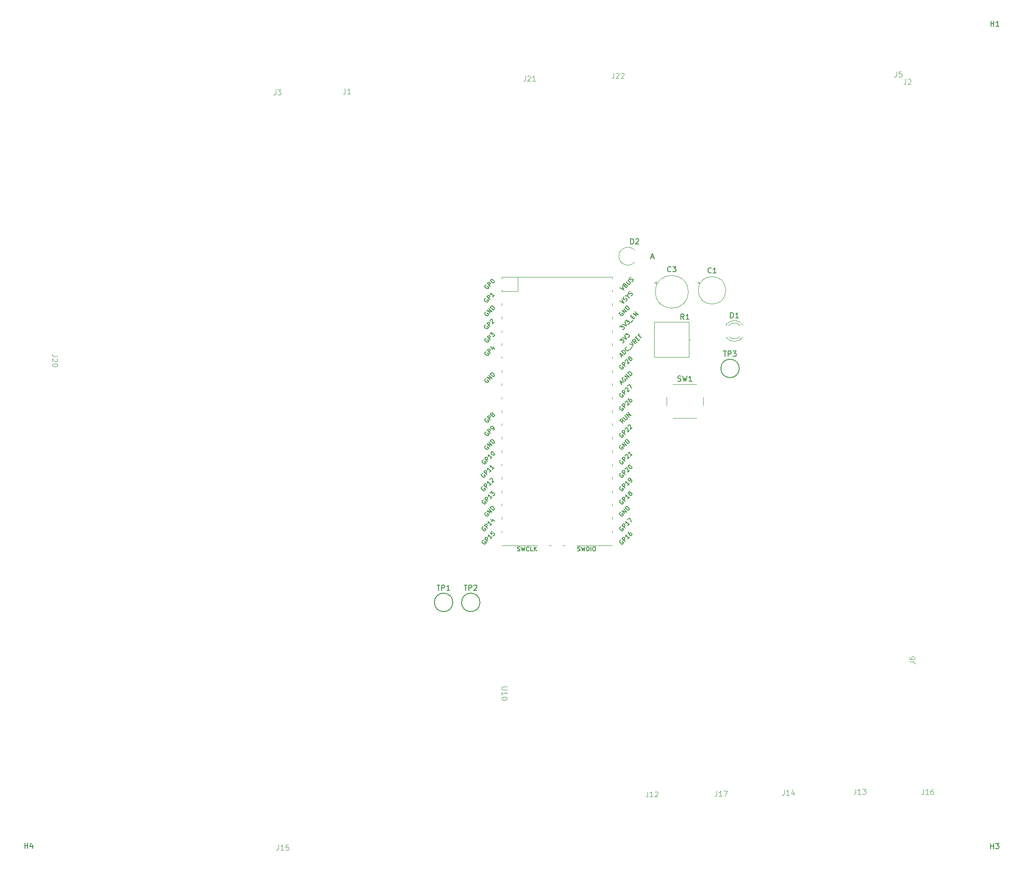
<source format=gbr>
%TF.GenerationSoftware,KiCad,Pcbnew,7.0.11+dfsg-1build4*%
%TF.CreationDate,2025-03-03T16:27:59+05:30*%
%TF.ProjectId,incubator,696e6375-6261-4746-9f72-2e6b69636164,rev?*%
%TF.SameCoordinates,Original*%
%TF.FileFunction,Legend,Top*%
%TF.FilePolarity,Positive*%
%FSLAX46Y46*%
G04 Gerber Fmt 4.6, Leading zero omitted, Abs format (unit mm)*
G04 Created by KiCad (PCBNEW 7.0.11+dfsg-1build4) date 2025-03-03 16:27:59*
%MOMM*%
%LPD*%
G01*
G04 APERTURE LIST*
%ADD10C,0.150000*%
%ADD11C,0.100000*%
%ADD12C,0.120000*%
G04 APERTURE END LIST*
D10*
X168239095Y-79577819D02*
X168810523Y-79577819D01*
X168524809Y-80577819D02*
X168524809Y-79577819D01*
X169143857Y-80577819D02*
X169143857Y-79577819D01*
X169143857Y-79577819D02*
X169524809Y-79577819D01*
X169524809Y-79577819D02*
X169620047Y-79625438D01*
X169620047Y-79625438D02*
X169667666Y-79673057D01*
X169667666Y-79673057D02*
X169715285Y-79768295D01*
X169715285Y-79768295D02*
X169715285Y-79911152D01*
X169715285Y-79911152D02*
X169667666Y-80006390D01*
X169667666Y-80006390D02*
X169620047Y-80054009D01*
X169620047Y-80054009D02*
X169524809Y-80101628D01*
X169524809Y-80101628D02*
X169143857Y-80101628D01*
X170048619Y-79577819D02*
X170667666Y-79577819D01*
X170667666Y-79577819D02*
X170334333Y-79958771D01*
X170334333Y-79958771D02*
X170477190Y-79958771D01*
X170477190Y-79958771D02*
X170572428Y-80006390D01*
X170572428Y-80006390D02*
X170620047Y-80054009D01*
X170620047Y-80054009D02*
X170667666Y-80149247D01*
X170667666Y-80149247D02*
X170667666Y-80387342D01*
X170667666Y-80387342D02*
X170620047Y-80482580D01*
X170620047Y-80482580D02*
X170572428Y-80530200D01*
X170572428Y-80530200D02*
X170477190Y-80577819D01*
X170477190Y-80577819D02*
X170191476Y-80577819D01*
X170191476Y-80577819D02*
X170096238Y-80530200D01*
X170096238Y-80530200D02*
X170048619Y-80482580D01*
X118972095Y-124064819D02*
X119543523Y-124064819D01*
X119257809Y-125064819D02*
X119257809Y-124064819D01*
X119876857Y-125064819D02*
X119876857Y-124064819D01*
X119876857Y-124064819D02*
X120257809Y-124064819D01*
X120257809Y-124064819D02*
X120353047Y-124112438D01*
X120353047Y-124112438D02*
X120400666Y-124160057D01*
X120400666Y-124160057D02*
X120448285Y-124255295D01*
X120448285Y-124255295D02*
X120448285Y-124398152D01*
X120448285Y-124398152D02*
X120400666Y-124493390D01*
X120400666Y-124493390D02*
X120353047Y-124541009D01*
X120353047Y-124541009D02*
X120257809Y-124588628D01*
X120257809Y-124588628D02*
X119876857Y-124588628D01*
X120829238Y-124160057D02*
X120876857Y-124112438D01*
X120876857Y-124112438D02*
X120972095Y-124064819D01*
X120972095Y-124064819D02*
X121210190Y-124064819D01*
X121210190Y-124064819D02*
X121305428Y-124112438D01*
X121305428Y-124112438D02*
X121353047Y-124160057D01*
X121353047Y-124160057D02*
X121400666Y-124255295D01*
X121400666Y-124255295D02*
X121400666Y-124350533D01*
X121400666Y-124350533D02*
X121353047Y-124493390D01*
X121353047Y-124493390D02*
X120781619Y-125064819D01*
X120781619Y-125064819D02*
X121400666Y-125064819D01*
X113812095Y-124064819D02*
X114383523Y-124064819D01*
X114097809Y-125064819D02*
X114097809Y-124064819D01*
X114716857Y-125064819D02*
X114716857Y-124064819D01*
X114716857Y-124064819D02*
X115097809Y-124064819D01*
X115097809Y-124064819D02*
X115193047Y-124112438D01*
X115193047Y-124112438D02*
X115240666Y-124160057D01*
X115240666Y-124160057D02*
X115288285Y-124255295D01*
X115288285Y-124255295D02*
X115288285Y-124398152D01*
X115288285Y-124398152D02*
X115240666Y-124493390D01*
X115240666Y-124493390D02*
X115193047Y-124541009D01*
X115193047Y-124541009D02*
X115097809Y-124588628D01*
X115097809Y-124588628D02*
X114716857Y-124588628D01*
X116240666Y-125064819D02*
X115669238Y-125064819D01*
X115954952Y-125064819D02*
X115954952Y-124064819D01*
X115954952Y-124064819D02*
X115859714Y-124207676D01*
X115859714Y-124207676D02*
X115764476Y-124302914D01*
X115764476Y-124302914D02*
X115669238Y-124350533D01*
X159577667Y-85260200D02*
X159720524Y-85307819D01*
X159720524Y-85307819D02*
X159958619Y-85307819D01*
X159958619Y-85307819D02*
X160053857Y-85260200D01*
X160053857Y-85260200D02*
X160101476Y-85212580D01*
X160101476Y-85212580D02*
X160149095Y-85117342D01*
X160149095Y-85117342D02*
X160149095Y-85022104D01*
X160149095Y-85022104D02*
X160101476Y-84926866D01*
X160101476Y-84926866D02*
X160053857Y-84879247D01*
X160053857Y-84879247D02*
X159958619Y-84831628D01*
X159958619Y-84831628D02*
X159768143Y-84784009D01*
X159768143Y-84784009D02*
X159672905Y-84736390D01*
X159672905Y-84736390D02*
X159625286Y-84688771D01*
X159625286Y-84688771D02*
X159577667Y-84593533D01*
X159577667Y-84593533D02*
X159577667Y-84498295D01*
X159577667Y-84498295D02*
X159625286Y-84403057D01*
X159625286Y-84403057D02*
X159672905Y-84355438D01*
X159672905Y-84355438D02*
X159768143Y-84307819D01*
X159768143Y-84307819D02*
X160006238Y-84307819D01*
X160006238Y-84307819D02*
X160149095Y-84355438D01*
X160482429Y-84307819D02*
X160720524Y-85307819D01*
X160720524Y-85307819D02*
X160911000Y-84593533D01*
X160911000Y-84593533D02*
X161101476Y-85307819D01*
X161101476Y-85307819D02*
X161339572Y-84307819D01*
X162244333Y-85307819D02*
X161672905Y-85307819D01*
X161958619Y-85307819D02*
X161958619Y-84307819D01*
X161958619Y-84307819D02*
X161863381Y-84450676D01*
X161863381Y-84450676D02*
X161768143Y-84545914D01*
X161768143Y-84545914D02*
X161672905Y-84593533D01*
D11*
X83680476Y-173437419D02*
X83680476Y-174151704D01*
X83680476Y-174151704D02*
X83632857Y-174294561D01*
X83632857Y-174294561D02*
X83537619Y-174389800D01*
X83537619Y-174389800D02*
X83394762Y-174437419D01*
X83394762Y-174437419D02*
X83299524Y-174437419D01*
X84680476Y-174437419D02*
X84109048Y-174437419D01*
X84394762Y-174437419D02*
X84394762Y-173437419D01*
X84394762Y-173437419D02*
X84299524Y-173580276D01*
X84299524Y-173580276D02*
X84204286Y-173675514D01*
X84204286Y-173675514D02*
X84109048Y-173723133D01*
X85585238Y-173437419D02*
X85109048Y-173437419D01*
X85109048Y-173437419D02*
X85061429Y-173913609D01*
X85061429Y-173913609D02*
X85109048Y-173865990D01*
X85109048Y-173865990D02*
X85204286Y-173818371D01*
X85204286Y-173818371D02*
X85442381Y-173818371D01*
X85442381Y-173818371D02*
X85537619Y-173865990D01*
X85537619Y-173865990D02*
X85585238Y-173913609D01*
X85585238Y-173913609D02*
X85632857Y-174008847D01*
X85632857Y-174008847D02*
X85632857Y-174246942D01*
X85632857Y-174246942D02*
X85585238Y-174342180D01*
X85585238Y-174342180D02*
X85537619Y-174389800D01*
X85537619Y-174389800D02*
X85442381Y-174437419D01*
X85442381Y-174437419D02*
X85204286Y-174437419D01*
X85204286Y-174437419D02*
X85109048Y-174389800D01*
X85109048Y-174389800D02*
X85061429Y-174342180D01*
X179764476Y-163027419D02*
X179764476Y-163741704D01*
X179764476Y-163741704D02*
X179716857Y-163884561D01*
X179716857Y-163884561D02*
X179621619Y-163979800D01*
X179621619Y-163979800D02*
X179478762Y-164027419D01*
X179478762Y-164027419D02*
X179383524Y-164027419D01*
X180764476Y-164027419D02*
X180193048Y-164027419D01*
X180478762Y-164027419D02*
X180478762Y-163027419D01*
X180478762Y-163027419D02*
X180383524Y-163170276D01*
X180383524Y-163170276D02*
X180288286Y-163265514D01*
X180288286Y-163265514D02*
X180193048Y-163313133D01*
X181621619Y-163360752D02*
X181621619Y-164027419D01*
X181383524Y-162979800D02*
X181145429Y-163694085D01*
X181145429Y-163694085D02*
X181764476Y-163694085D01*
X147384476Y-26707419D02*
X147384476Y-27421704D01*
X147384476Y-27421704D02*
X147336857Y-27564561D01*
X147336857Y-27564561D02*
X147241619Y-27659800D01*
X147241619Y-27659800D02*
X147098762Y-27707419D01*
X147098762Y-27707419D02*
X147003524Y-27707419D01*
X147813048Y-26802657D02*
X147860667Y-26755038D01*
X147860667Y-26755038D02*
X147955905Y-26707419D01*
X147955905Y-26707419D02*
X148194000Y-26707419D01*
X148194000Y-26707419D02*
X148289238Y-26755038D01*
X148289238Y-26755038D02*
X148336857Y-26802657D01*
X148336857Y-26802657D02*
X148384476Y-26897895D01*
X148384476Y-26897895D02*
X148384476Y-26993133D01*
X148384476Y-26993133D02*
X148336857Y-27135990D01*
X148336857Y-27135990D02*
X147765429Y-27707419D01*
X147765429Y-27707419D02*
X148384476Y-27707419D01*
X148765429Y-26802657D02*
X148813048Y-26755038D01*
X148813048Y-26755038D02*
X148908286Y-26707419D01*
X148908286Y-26707419D02*
X149146381Y-26707419D01*
X149146381Y-26707419D02*
X149241619Y-26755038D01*
X149241619Y-26755038D02*
X149289238Y-26802657D01*
X149289238Y-26802657D02*
X149336857Y-26897895D01*
X149336857Y-26897895D02*
X149336857Y-26993133D01*
X149336857Y-26993133D02*
X149289238Y-27135990D01*
X149289238Y-27135990D02*
X148717810Y-27707419D01*
X148717810Y-27707419D02*
X149336857Y-27707419D01*
D10*
X123153372Y-94941494D02*
X123072560Y-94968431D01*
X123072560Y-94968431D02*
X122991748Y-95049243D01*
X122991748Y-95049243D02*
X122937873Y-95156993D01*
X122937873Y-95156993D02*
X122937873Y-95264742D01*
X122937873Y-95264742D02*
X122964810Y-95345555D01*
X122964810Y-95345555D02*
X123045623Y-95480242D01*
X123045623Y-95480242D02*
X123126435Y-95561054D01*
X123126435Y-95561054D02*
X123261122Y-95641866D01*
X123261122Y-95641866D02*
X123341934Y-95668803D01*
X123341934Y-95668803D02*
X123449684Y-95668803D01*
X123449684Y-95668803D02*
X123557433Y-95614929D01*
X123557433Y-95614929D02*
X123611308Y-95561054D01*
X123611308Y-95561054D02*
X123665183Y-95453304D01*
X123665183Y-95453304D02*
X123665183Y-95399429D01*
X123665183Y-95399429D02*
X123476621Y-95210868D01*
X123476621Y-95210868D02*
X123368871Y-95318617D01*
X123961494Y-95210868D02*
X123395809Y-94645182D01*
X123395809Y-94645182D02*
X123611308Y-94429683D01*
X123611308Y-94429683D02*
X123692120Y-94402746D01*
X123692120Y-94402746D02*
X123745995Y-94402746D01*
X123745995Y-94402746D02*
X123826807Y-94429683D01*
X123826807Y-94429683D02*
X123907619Y-94510495D01*
X123907619Y-94510495D02*
X123934557Y-94591307D01*
X123934557Y-94591307D02*
X123934557Y-94645182D01*
X123934557Y-94645182D02*
X123907619Y-94725994D01*
X123907619Y-94725994D02*
X123692120Y-94941494D01*
X124554117Y-94618245D02*
X124661867Y-94510495D01*
X124661867Y-94510495D02*
X124688804Y-94429683D01*
X124688804Y-94429683D02*
X124688804Y-94375808D01*
X124688804Y-94375808D02*
X124661867Y-94241121D01*
X124661867Y-94241121D02*
X124581054Y-94106434D01*
X124581054Y-94106434D02*
X124365555Y-93890935D01*
X124365555Y-93890935D02*
X124284743Y-93863998D01*
X124284743Y-93863998D02*
X124230868Y-93863998D01*
X124230868Y-93863998D02*
X124150056Y-93890935D01*
X124150056Y-93890935D02*
X124042306Y-93998685D01*
X124042306Y-93998685D02*
X124015369Y-94079497D01*
X124015369Y-94079497D02*
X124015369Y-94133372D01*
X124015369Y-94133372D02*
X124042306Y-94214184D01*
X124042306Y-94214184D02*
X124176993Y-94348871D01*
X124176993Y-94348871D02*
X124257806Y-94375808D01*
X124257806Y-94375808D02*
X124311680Y-94375808D01*
X124311680Y-94375808D02*
X124392493Y-94348871D01*
X124392493Y-94348871D02*
X124500242Y-94241121D01*
X124500242Y-94241121D02*
X124527180Y-94160309D01*
X124527180Y-94160309D02*
X124527180Y-94106434D01*
X124527180Y-94106434D02*
X124500242Y-94025622D01*
X140544761Y-117534200D02*
X140659047Y-117572295D01*
X140659047Y-117572295D02*
X140849523Y-117572295D01*
X140849523Y-117572295D02*
X140925714Y-117534200D01*
X140925714Y-117534200D02*
X140963809Y-117496104D01*
X140963809Y-117496104D02*
X141001904Y-117419914D01*
X141001904Y-117419914D02*
X141001904Y-117343723D01*
X141001904Y-117343723D02*
X140963809Y-117267533D01*
X140963809Y-117267533D02*
X140925714Y-117229438D01*
X140925714Y-117229438D02*
X140849523Y-117191342D01*
X140849523Y-117191342D02*
X140697142Y-117153247D01*
X140697142Y-117153247D02*
X140620952Y-117115152D01*
X140620952Y-117115152D02*
X140582857Y-117077057D01*
X140582857Y-117077057D02*
X140544761Y-117000866D01*
X140544761Y-117000866D02*
X140544761Y-116924676D01*
X140544761Y-116924676D02*
X140582857Y-116848485D01*
X140582857Y-116848485D02*
X140620952Y-116810390D01*
X140620952Y-116810390D02*
X140697142Y-116772295D01*
X140697142Y-116772295D02*
X140887619Y-116772295D01*
X140887619Y-116772295D02*
X141001904Y-116810390D01*
X141268571Y-116772295D02*
X141459047Y-117572295D01*
X141459047Y-117572295D02*
X141611428Y-117000866D01*
X141611428Y-117000866D02*
X141763809Y-117572295D01*
X141763809Y-117572295D02*
X141954286Y-116772295D01*
X142259048Y-117572295D02*
X142259048Y-116772295D01*
X142259048Y-116772295D02*
X142449524Y-116772295D01*
X142449524Y-116772295D02*
X142563810Y-116810390D01*
X142563810Y-116810390D02*
X142640000Y-116886580D01*
X142640000Y-116886580D02*
X142678095Y-116962771D01*
X142678095Y-116962771D02*
X142716191Y-117115152D01*
X142716191Y-117115152D02*
X142716191Y-117229438D01*
X142716191Y-117229438D02*
X142678095Y-117381819D01*
X142678095Y-117381819D02*
X142640000Y-117458009D01*
X142640000Y-117458009D02*
X142563810Y-117534200D01*
X142563810Y-117534200D02*
X142449524Y-117572295D01*
X142449524Y-117572295D02*
X142259048Y-117572295D01*
X143059048Y-117572295D02*
X143059048Y-116772295D01*
X143592381Y-116772295D02*
X143744762Y-116772295D01*
X143744762Y-116772295D02*
X143820952Y-116810390D01*
X143820952Y-116810390D02*
X143897143Y-116886580D01*
X143897143Y-116886580D02*
X143935238Y-117038961D01*
X143935238Y-117038961D02*
X143935238Y-117305628D01*
X143935238Y-117305628D02*
X143897143Y-117458009D01*
X143897143Y-117458009D02*
X143820952Y-117534200D01*
X143820952Y-117534200D02*
X143744762Y-117572295D01*
X143744762Y-117572295D02*
X143592381Y-117572295D01*
X143592381Y-117572295D02*
X143516190Y-117534200D01*
X143516190Y-117534200D02*
X143440000Y-117458009D01*
X143440000Y-117458009D02*
X143401904Y-117305628D01*
X143401904Y-117305628D02*
X143401904Y-117038961D01*
X143401904Y-117038961D02*
X143440000Y-116886580D01*
X143440000Y-116886580D02*
X143516190Y-116810390D01*
X143516190Y-116810390D02*
X143592381Y-116772295D01*
X123053372Y-69531494D02*
X122972560Y-69558431D01*
X122972560Y-69558431D02*
X122891748Y-69639243D01*
X122891748Y-69639243D02*
X122837873Y-69746993D01*
X122837873Y-69746993D02*
X122837873Y-69854742D01*
X122837873Y-69854742D02*
X122864810Y-69935555D01*
X122864810Y-69935555D02*
X122945623Y-70070242D01*
X122945623Y-70070242D02*
X123026435Y-70151054D01*
X123026435Y-70151054D02*
X123161122Y-70231866D01*
X123161122Y-70231866D02*
X123241934Y-70258803D01*
X123241934Y-70258803D02*
X123349684Y-70258803D01*
X123349684Y-70258803D02*
X123457433Y-70204929D01*
X123457433Y-70204929D02*
X123511308Y-70151054D01*
X123511308Y-70151054D02*
X123565183Y-70043304D01*
X123565183Y-70043304D02*
X123565183Y-69989429D01*
X123565183Y-69989429D02*
X123376621Y-69800868D01*
X123376621Y-69800868D02*
X123268871Y-69908617D01*
X123861494Y-69800868D02*
X123295809Y-69235182D01*
X123295809Y-69235182D02*
X123511308Y-69019683D01*
X123511308Y-69019683D02*
X123592120Y-68992746D01*
X123592120Y-68992746D02*
X123645995Y-68992746D01*
X123645995Y-68992746D02*
X123726807Y-69019683D01*
X123726807Y-69019683D02*
X123807619Y-69100495D01*
X123807619Y-69100495D02*
X123834557Y-69181307D01*
X123834557Y-69181307D02*
X123834557Y-69235182D01*
X123834557Y-69235182D02*
X123807619Y-69315994D01*
X123807619Y-69315994D02*
X123592120Y-69531494D01*
X124723491Y-68938871D02*
X124400242Y-69262120D01*
X124561867Y-69100495D02*
X123996181Y-68534810D01*
X123996181Y-68534810D02*
X124023119Y-68669497D01*
X124023119Y-68669497D02*
X124023119Y-68777246D01*
X124023119Y-68777246D02*
X123996181Y-68858059D01*
X129130475Y-117534200D02*
X129244761Y-117572295D01*
X129244761Y-117572295D02*
X129435237Y-117572295D01*
X129435237Y-117572295D02*
X129511428Y-117534200D01*
X129511428Y-117534200D02*
X129549523Y-117496104D01*
X129549523Y-117496104D02*
X129587618Y-117419914D01*
X129587618Y-117419914D02*
X129587618Y-117343723D01*
X129587618Y-117343723D02*
X129549523Y-117267533D01*
X129549523Y-117267533D02*
X129511428Y-117229438D01*
X129511428Y-117229438D02*
X129435237Y-117191342D01*
X129435237Y-117191342D02*
X129282856Y-117153247D01*
X129282856Y-117153247D02*
X129206666Y-117115152D01*
X129206666Y-117115152D02*
X129168571Y-117077057D01*
X129168571Y-117077057D02*
X129130475Y-117000866D01*
X129130475Y-117000866D02*
X129130475Y-116924676D01*
X129130475Y-116924676D02*
X129168571Y-116848485D01*
X129168571Y-116848485D02*
X129206666Y-116810390D01*
X129206666Y-116810390D02*
X129282856Y-116772295D01*
X129282856Y-116772295D02*
X129473333Y-116772295D01*
X129473333Y-116772295D02*
X129587618Y-116810390D01*
X129854285Y-116772295D02*
X130044761Y-117572295D01*
X130044761Y-117572295D02*
X130197142Y-117000866D01*
X130197142Y-117000866D02*
X130349523Y-117572295D01*
X130349523Y-117572295D02*
X130540000Y-116772295D01*
X131301905Y-117496104D02*
X131263809Y-117534200D01*
X131263809Y-117534200D02*
X131149524Y-117572295D01*
X131149524Y-117572295D02*
X131073333Y-117572295D01*
X131073333Y-117572295D02*
X130959047Y-117534200D01*
X130959047Y-117534200D02*
X130882857Y-117458009D01*
X130882857Y-117458009D02*
X130844762Y-117381819D01*
X130844762Y-117381819D02*
X130806666Y-117229438D01*
X130806666Y-117229438D02*
X130806666Y-117115152D01*
X130806666Y-117115152D02*
X130844762Y-116962771D01*
X130844762Y-116962771D02*
X130882857Y-116886580D01*
X130882857Y-116886580D02*
X130959047Y-116810390D01*
X130959047Y-116810390D02*
X131073333Y-116772295D01*
X131073333Y-116772295D02*
X131149524Y-116772295D01*
X131149524Y-116772295D02*
X131263809Y-116810390D01*
X131263809Y-116810390D02*
X131301905Y-116848485D01*
X132025714Y-117572295D02*
X131644762Y-117572295D01*
X131644762Y-117572295D02*
X131644762Y-116772295D01*
X132292381Y-117572295D02*
X132292381Y-116772295D01*
X132749524Y-117572295D02*
X132406666Y-117115152D01*
X132749524Y-116772295D02*
X132292381Y-117229438D01*
X148737998Y-82256868D02*
X148657185Y-82283805D01*
X148657185Y-82283805D02*
X148576373Y-82364618D01*
X148576373Y-82364618D02*
X148522498Y-82472367D01*
X148522498Y-82472367D02*
X148522498Y-82580117D01*
X148522498Y-82580117D02*
X148549436Y-82660929D01*
X148549436Y-82660929D02*
X148630248Y-82795616D01*
X148630248Y-82795616D02*
X148711060Y-82876428D01*
X148711060Y-82876428D02*
X148845747Y-82957241D01*
X148845747Y-82957241D02*
X148926560Y-82984178D01*
X148926560Y-82984178D02*
X149034309Y-82984178D01*
X149034309Y-82984178D02*
X149142059Y-82930303D01*
X149142059Y-82930303D02*
X149195934Y-82876428D01*
X149195934Y-82876428D02*
X149249808Y-82768679D01*
X149249808Y-82768679D02*
X149249808Y-82714804D01*
X149249808Y-82714804D02*
X149061247Y-82526242D01*
X149061247Y-82526242D02*
X148953497Y-82633992D01*
X149546120Y-82526242D02*
X148980434Y-81960557D01*
X148980434Y-81960557D02*
X149195934Y-81745057D01*
X149195934Y-81745057D02*
X149276746Y-81718120D01*
X149276746Y-81718120D02*
X149330621Y-81718120D01*
X149330621Y-81718120D02*
X149411433Y-81745057D01*
X149411433Y-81745057D02*
X149492245Y-81825870D01*
X149492245Y-81825870D02*
X149519182Y-81906682D01*
X149519182Y-81906682D02*
X149519182Y-81960557D01*
X149519182Y-81960557D02*
X149492245Y-82041369D01*
X149492245Y-82041369D02*
X149276746Y-82256868D01*
X149573057Y-81475683D02*
X149573057Y-81421809D01*
X149573057Y-81421809D02*
X149599995Y-81340996D01*
X149599995Y-81340996D02*
X149734682Y-81206309D01*
X149734682Y-81206309D02*
X149815494Y-81179372D01*
X149815494Y-81179372D02*
X149869369Y-81179372D01*
X149869369Y-81179372D02*
X149950181Y-81206309D01*
X149950181Y-81206309D02*
X150004056Y-81260184D01*
X150004056Y-81260184D02*
X150057930Y-81367934D01*
X150057930Y-81367934D02*
X150057930Y-82014431D01*
X150057930Y-82014431D02*
X150408117Y-81664245D01*
X150408117Y-81017747D02*
X150327305Y-81044685D01*
X150327305Y-81044685D02*
X150273430Y-81044685D01*
X150273430Y-81044685D02*
X150192618Y-81017747D01*
X150192618Y-81017747D02*
X150165680Y-80990810D01*
X150165680Y-80990810D02*
X150138743Y-80909998D01*
X150138743Y-80909998D02*
X150138743Y-80856123D01*
X150138743Y-80856123D02*
X150165680Y-80775311D01*
X150165680Y-80775311D02*
X150273430Y-80667561D01*
X150273430Y-80667561D02*
X150354242Y-80640624D01*
X150354242Y-80640624D02*
X150408117Y-80640624D01*
X150408117Y-80640624D02*
X150488929Y-80667561D01*
X150488929Y-80667561D02*
X150515866Y-80694499D01*
X150515866Y-80694499D02*
X150542804Y-80775311D01*
X150542804Y-80775311D02*
X150542804Y-80829186D01*
X150542804Y-80829186D02*
X150515866Y-80909998D01*
X150515866Y-80909998D02*
X150408117Y-81017747D01*
X150408117Y-81017747D02*
X150381179Y-81098560D01*
X150381179Y-81098560D02*
X150381179Y-81152434D01*
X150381179Y-81152434D02*
X150408117Y-81233247D01*
X150408117Y-81233247D02*
X150515866Y-81340996D01*
X150515866Y-81340996D02*
X150596679Y-81367934D01*
X150596679Y-81367934D02*
X150650553Y-81367934D01*
X150650553Y-81367934D02*
X150731366Y-81340996D01*
X150731366Y-81340996D02*
X150839115Y-81233247D01*
X150839115Y-81233247D02*
X150866053Y-81152434D01*
X150866053Y-81152434D02*
X150866053Y-81098560D01*
X150866053Y-81098560D02*
X150839115Y-81017747D01*
X150839115Y-81017747D02*
X150731366Y-80909998D01*
X150731366Y-80909998D02*
X150650553Y-80883060D01*
X150650553Y-80883060D02*
X150596679Y-80883060D01*
X150596679Y-80883060D02*
X150515866Y-80909998D01*
X122583998Y-112990868D02*
X122503185Y-113017805D01*
X122503185Y-113017805D02*
X122422373Y-113098618D01*
X122422373Y-113098618D02*
X122368498Y-113206367D01*
X122368498Y-113206367D02*
X122368498Y-113314117D01*
X122368498Y-113314117D02*
X122395436Y-113394929D01*
X122395436Y-113394929D02*
X122476248Y-113529616D01*
X122476248Y-113529616D02*
X122557060Y-113610428D01*
X122557060Y-113610428D02*
X122691747Y-113691241D01*
X122691747Y-113691241D02*
X122772560Y-113718178D01*
X122772560Y-113718178D02*
X122880309Y-113718178D01*
X122880309Y-113718178D02*
X122988059Y-113664303D01*
X122988059Y-113664303D02*
X123041934Y-113610428D01*
X123041934Y-113610428D02*
X123095808Y-113502679D01*
X123095808Y-113502679D02*
X123095808Y-113448804D01*
X123095808Y-113448804D02*
X122907247Y-113260242D01*
X122907247Y-113260242D02*
X122799497Y-113367992D01*
X123392120Y-113260242D02*
X122826434Y-112694557D01*
X122826434Y-112694557D02*
X123041934Y-112479057D01*
X123041934Y-112479057D02*
X123122746Y-112452120D01*
X123122746Y-112452120D02*
X123176621Y-112452120D01*
X123176621Y-112452120D02*
X123257433Y-112479057D01*
X123257433Y-112479057D02*
X123338245Y-112559870D01*
X123338245Y-112559870D02*
X123365182Y-112640682D01*
X123365182Y-112640682D02*
X123365182Y-112694557D01*
X123365182Y-112694557D02*
X123338245Y-112775369D01*
X123338245Y-112775369D02*
X123122746Y-112990868D01*
X124254117Y-112398245D02*
X123930868Y-112721494D01*
X124092492Y-112559870D02*
X123526807Y-111994184D01*
X123526807Y-111994184D02*
X123553744Y-112128871D01*
X123553744Y-112128871D02*
X123553744Y-112236621D01*
X123553744Y-112236621D02*
X123526807Y-112317433D01*
X124361866Y-111536248D02*
X124738990Y-111913372D01*
X124011680Y-111455436D02*
X124281054Y-111994184D01*
X124281054Y-111994184D02*
X124631240Y-111643998D01*
X148737998Y-105370868D02*
X148657185Y-105397805D01*
X148657185Y-105397805D02*
X148576373Y-105478618D01*
X148576373Y-105478618D02*
X148522498Y-105586367D01*
X148522498Y-105586367D02*
X148522498Y-105694117D01*
X148522498Y-105694117D02*
X148549436Y-105774929D01*
X148549436Y-105774929D02*
X148630248Y-105909616D01*
X148630248Y-105909616D02*
X148711060Y-105990428D01*
X148711060Y-105990428D02*
X148845747Y-106071241D01*
X148845747Y-106071241D02*
X148926560Y-106098178D01*
X148926560Y-106098178D02*
X149034309Y-106098178D01*
X149034309Y-106098178D02*
X149142059Y-106044303D01*
X149142059Y-106044303D02*
X149195934Y-105990428D01*
X149195934Y-105990428D02*
X149249808Y-105882679D01*
X149249808Y-105882679D02*
X149249808Y-105828804D01*
X149249808Y-105828804D02*
X149061247Y-105640242D01*
X149061247Y-105640242D02*
X148953497Y-105747992D01*
X149546120Y-105640242D02*
X148980434Y-105074557D01*
X148980434Y-105074557D02*
X149195934Y-104859057D01*
X149195934Y-104859057D02*
X149276746Y-104832120D01*
X149276746Y-104832120D02*
X149330621Y-104832120D01*
X149330621Y-104832120D02*
X149411433Y-104859057D01*
X149411433Y-104859057D02*
X149492245Y-104939870D01*
X149492245Y-104939870D02*
X149519182Y-105020682D01*
X149519182Y-105020682D02*
X149519182Y-105074557D01*
X149519182Y-105074557D02*
X149492245Y-105155369D01*
X149492245Y-105155369D02*
X149276746Y-105370868D01*
X150408117Y-104778245D02*
X150084868Y-105101494D01*
X150246492Y-104939870D02*
X149680807Y-104374184D01*
X149680807Y-104374184D02*
X149707744Y-104508871D01*
X149707744Y-104508871D02*
X149707744Y-104616621D01*
X149707744Y-104616621D02*
X149680807Y-104697433D01*
X150677491Y-104508871D02*
X150785240Y-104401121D01*
X150785240Y-104401121D02*
X150812178Y-104320309D01*
X150812178Y-104320309D02*
X150812178Y-104266434D01*
X150812178Y-104266434D02*
X150785240Y-104131747D01*
X150785240Y-104131747D02*
X150704428Y-103997060D01*
X150704428Y-103997060D02*
X150488929Y-103781561D01*
X150488929Y-103781561D02*
X150408117Y-103754624D01*
X150408117Y-103754624D02*
X150354242Y-103754624D01*
X150354242Y-103754624D02*
X150273430Y-103781561D01*
X150273430Y-103781561D02*
X150165680Y-103889311D01*
X150165680Y-103889311D02*
X150138743Y-103970123D01*
X150138743Y-103970123D02*
X150138743Y-104023998D01*
X150138743Y-104023998D02*
X150165680Y-104104810D01*
X150165680Y-104104810D02*
X150300367Y-104239497D01*
X150300367Y-104239497D02*
X150381179Y-104266434D01*
X150381179Y-104266434D02*
X150435054Y-104266434D01*
X150435054Y-104266434D02*
X150515866Y-104239497D01*
X150515866Y-104239497D02*
X150623616Y-104131747D01*
X150623616Y-104131747D02*
X150650553Y-104050935D01*
X150650553Y-104050935D02*
X150650553Y-103997060D01*
X150650553Y-103997060D02*
X150623616Y-103916248D01*
X123126435Y-84808431D02*
X123045623Y-84835368D01*
X123045623Y-84835368D02*
X122964811Y-84916180D01*
X122964811Y-84916180D02*
X122910936Y-85023930D01*
X122910936Y-85023930D02*
X122910936Y-85131680D01*
X122910936Y-85131680D02*
X122937873Y-85212492D01*
X122937873Y-85212492D02*
X123018685Y-85347179D01*
X123018685Y-85347179D02*
X123099498Y-85427991D01*
X123099498Y-85427991D02*
X123234185Y-85508803D01*
X123234185Y-85508803D02*
X123314997Y-85535741D01*
X123314997Y-85535741D02*
X123422746Y-85535741D01*
X123422746Y-85535741D02*
X123530496Y-85481866D01*
X123530496Y-85481866D02*
X123584371Y-85427991D01*
X123584371Y-85427991D02*
X123638246Y-85320241D01*
X123638246Y-85320241D02*
X123638246Y-85266367D01*
X123638246Y-85266367D02*
X123449684Y-85077805D01*
X123449684Y-85077805D02*
X123341934Y-85185554D01*
X123934557Y-85077805D02*
X123368872Y-84512119D01*
X123368872Y-84512119D02*
X124257806Y-84754556D01*
X124257806Y-84754556D02*
X123692120Y-84188871D01*
X124527180Y-84485182D02*
X123961494Y-83919497D01*
X123961494Y-83919497D02*
X124096181Y-83784810D01*
X124096181Y-83784810D02*
X124203931Y-83730935D01*
X124203931Y-83730935D02*
X124311680Y-83730935D01*
X124311680Y-83730935D02*
X124392493Y-83757872D01*
X124392493Y-83757872D02*
X124527180Y-83838685D01*
X124527180Y-83838685D02*
X124607992Y-83919497D01*
X124607992Y-83919497D02*
X124688804Y-84054184D01*
X124688804Y-84054184D02*
X124715741Y-84134996D01*
X124715741Y-84134996D02*
X124715741Y-84242746D01*
X124715741Y-84242746D02*
X124661867Y-84350495D01*
X124661867Y-84350495D02*
X124527180Y-84485182D01*
X148737998Y-100300868D02*
X148657185Y-100327805D01*
X148657185Y-100327805D02*
X148576373Y-100408618D01*
X148576373Y-100408618D02*
X148522498Y-100516367D01*
X148522498Y-100516367D02*
X148522498Y-100624117D01*
X148522498Y-100624117D02*
X148549436Y-100704929D01*
X148549436Y-100704929D02*
X148630248Y-100839616D01*
X148630248Y-100839616D02*
X148711060Y-100920428D01*
X148711060Y-100920428D02*
X148845747Y-101001241D01*
X148845747Y-101001241D02*
X148926560Y-101028178D01*
X148926560Y-101028178D02*
X149034309Y-101028178D01*
X149034309Y-101028178D02*
X149142059Y-100974303D01*
X149142059Y-100974303D02*
X149195934Y-100920428D01*
X149195934Y-100920428D02*
X149249808Y-100812679D01*
X149249808Y-100812679D02*
X149249808Y-100758804D01*
X149249808Y-100758804D02*
X149061247Y-100570242D01*
X149061247Y-100570242D02*
X148953497Y-100677992D01*
X149546120Y-100570242D02*
X148980434Y-100004557D01*
X148980434Y-100004557D02*
X149195934Y-99789057D01*
X149195934Y-99789057D02*
X149276746Y-99762120D01*
X149276746Y-99762120D02*
X149330621Y-99762120D01*
X149330621Y-99762120D02*
X149411433Y-99789057D01*
X149411433Y-99789057D02*
X149492245Y-99869870D01*
X149492245Y-99869870D02*
X149519182Y-99950682D01*
X149519182Y-99950682D02*
X149519182Y-100004557D01*
X149519182Y-100004557D02*
X149492245Y-100085369D01*
X149492245Y-100085369D02*
X149276746Y-100300868D01*
X149573057Y-99519683D02*
X149573057Y-99465809D01*
X149573057Y-99465809D02*
X149599995Y-99384996D01*
X149599995Y-99384996D02*
X149734682Y-99250309D01*
X149734682Y-99250309D02*
X149815494Y-99223372D01*
X149815494Y-99223372D02*
X149869369Y-99223372D01*
X149869369Y-99223372D02*
X149950181Y-99250309D01*
X149950181Y-99250309D02*
X150004056Y-99304184D01*
X150004056Y-99304184D02*
X150057930Y-99411934D01*
X150057930Y-99411934D02*
X150057930Y-100058431D01*
X150057930Y-100058431D02*
X150408117Y-99708245D01*
X150946865Y-99169497D02*
X150623616Y-99492746D01*
X150785240Y-99331121D02*
X150219555Y-98765436D01*
X150219555Y-98765436D02*
X150246492Y-98900123D01*
X150246492Y-98900123D02*
X150246492Y-99007873D01*
X150246492Y-99007873D02*
X150219555Y-99088685D01*
X123126435Y-97508431D02*
X123045623Y-97535368D01*
X123045623Y-97535368D02*
X122964811Y-97616180D01*
X122964811Y-97616180D02*
X122910936Y-97723930D01*
X122910936Y-97723930D02*
X122910936Y-97831680D01*
X122910936Y-97831680D02*
X122937873Y-97912492D01*
X122937873Y-97912492D02*
X123018685Y-98047179D01*
X123018685Y-98047179D02*
X123099498Y-98127991D01*
X123099498Y-98127991D02*
X123234185Y-98208803D01*
X123234185Y-98208803D02*
X123314997Y-98235741D01*
X123314997Y-98235741D02*
X123422746Y-98235741D01*
X123422746Y-98235741D02*
X123530496Y-98181866D01*
X123530496Y-98181866D02*
X123584371Y-98127991D01*
X123584371Y-98127991D02*
X123638246Y-98020241D01*
X123638246Y-98020241D02*
X123638246Y-97966367D01*
X123638246Y-97966367D02*
X123449684Y-97777805D01*
X123449684Y-97777805D02*
X123341934Y-97885554D01*
X123934557Y-97777805D02*
X123368872Y-97212119D01*
X123368872Y-97212119D02*
X124257806Y-97454556D01*
X124257806Y-97454556D02*
X123692120Y-96888871D01*
X124527180Y-97185182D02*
X123961494Y-96619497D01*
X123961494Y-96619497D02*
X124096181Y-96484810D01*
X124096181Y-96484810D02*
X124203931Y-96430935D01*
X124203931Y-96430935D02*
X124311680Y-96430935D01*
X124311680Y-96430935D02*
X124392493Y-96457872D01*
X124392493Y-96457872D02*
X124527180Y-96538685D01*
X124527180Y-96538685D02*
X124607992Y-96619497D01*
X124607992Y-96619497D02*
X124688804Y-96754184D01*
X124688804Y-96754184D02*
X124715741Y-96834996D01*
X124715741Y-96834996D02*
X124715741Y-96942746D01*
X124715741Y-96942746D02*
X124661867Y-97050495D01*
X124661867Y-97050495D02*
X124527180Y-97185182D01*
X148562407Y-74968584D02*
X148912593Y-74618398D01*
X148912593Y-74618398D02*
X148939531Y-75022459D01*
X148939531Y-75022459D02*
X149020343Y-74941646D01*
X149020343Y-74941646D02*
X149101155Y-74914709D01*
X149101155Y-74914709D02*
X149155030Y-74914709D01*
X149155030Y-74914709D02*
X149235842Y-74941646D01*
X149235842Y-74941646D02*
X149370529Y-75076333D01*
X149370529Y-75076333D02*
X149397467Y-75157146D01*
X149397467Y-75157146D02*
X149397467Y-75211020D01*
X149397467Y-75211020D02*
X149370529Y-75291833D01*
X149370529Y-75291833D02*
X149208905Y-75453457D01*
X149208905Y-75453457D02*
X149128093Y-75480394D01*
X149128093Y-75480394D02*
X149074218Y-75480394D01*
X149074218Y-74456773D02*
X149828465Y-74833897D01*
X149828465Y-74833897D02*
X149451342Y-74079649D01*
X149586028Y-73944963D02*
X149936215Y-73594776D01*
X149936215Y-73594776D02*
X149963152Y-73998837D01*
X149963152Y-73998837D02*
X150043964Y-73918025D01*
X150043964Y-73918025D02*
X150124776Y-73891088D01*
X150124776Y-73891088D02*
X150178651Y-73891088D01*
X150178651Y-73891088D02*
X150259464Y-73918025D01*
X150259464Y-73918025D02*
X150394151Y-74052712D01*
X150394151Y-74052712D02*
X150421088Y-74133524D01*
X150421088Y-74133524D02*
X150421088Y-74187399D01*
X150421088Y-74187399D02*
X150394151Y-74268211D01*
X150394151Y-74268211D02*
X150232526Y-74429836D01*
X150232526Y-74429836D02*
X150151714Y-74456773D01*
X150151714Y-74456773D02*
X150097839Y-74456773D01*
X150663525Y-74106587D02*
X151094523Y-73675588D01*
X150879024Y-73190715D02*
X151067586Y-73002153D01*
X151444709Y-73217652D02*
X151175335Y-73487026D01*
X151175335Y-73487026D02*
X150609650Y-72921341D01*
X150609650Y-72921341D02*
X150879024Y-72651967D01*
X151687146Y-72975215D02*
X151121461Y-72409530D01*
X151121461Y-72409530D02*
X152010395Y-72651967D01*
X152010395Y-72651967D02*
X151444710Y-72086281D01*
X148593406Y-67537585D02*
X149347653Y-67914709D01*
X149347653Y-67914709D02*
X148970529Y-67160462D01*
X149617027Y-67052712D02*
X149724776Y-66998838D01*
X149724776Y-66998838D02*
X149778651Y-66998838D01*
X149778651Y-66998838D02*
X149859463Y-67025775D01*
X149859463Y-67025775D02*
X149940276Y-67106587D01*
X149940276Y-67106587D02*
X149967213Y-67187399D01*
X149967213Y-67187399D02*
X149967213Y-67241274D01*
X149967213Y-67241274D02*
X149940276Y-67322086D01*
X149940276Y-67322086D02*
X149724776Y-67537586D01*
X149724776Y-67537586D02*
X149159091Y-66971900D01*
X149159091Y-66971900D02*
X149347653Y-66783338D01*
X149347653Y-66783338D02*
X149428465Y-66756401D01*
X149428465Y-66756401D02*
X149482340Y-66756401D01*
X149482340Y-66756401D02*
X149563152Y-66783338D01*
X149563152Y-66783338D02*
X149617027Y-66837213D01*
X149617027Y-66837213D02*
X149643964Y-66918025D01*
X149643964Y-66918025D02*
X149643964Y-66971900D01*
X149643964Y-66971900D02*
X149617027Y-67052712D01*
X149617027Y-67052712D02*
X149428465Y-67241274D01*
X149724776Y-66406215D02*
X150182712Y-66864151D01*
X150182712Y-66864151D02*
X150263524Y-66891088D01*
X150263524Y-66891088D02*
X150317399Y-66891088D01*
X150317399Y-66891088D02*
X150398211Y-66864151D01*
X150398211Y-66864151D02*
X150505961Y-66756401D01*
X150505961Y-66756401D02*
X150532898Y-66675589D01*
X150532898Y-66675589D02*
X150532898Y-66621714D01*
X150532898Y-66621714D02*
X150505961Y-66540902D01*
X150505961Y-66540902D02*
X150048025Y-66082966D01*
X150829210Y-66379277D02*
X150936959Y-66325403D01*
X150936959Y-66325403D02*
X151071646Y-66190716D01*
X151071646Y-66190716D02*
X151098584Y-66109903D01*
X151098584Y-66109903D02*
X151098584Y-66056029D01*
X151098584Y-66056029D02*
X151071646Y-65975216D01*
X151071646Y-65975216D02*
X151017771Y-65921342D01*
X151017771Y-65921342D02*
X150936959Y-65894404D01*
X150936959Y-65894404D02*
X150883084Y-65894404D01*
X150883084Y-65894404D02*
X150802272Y-65921342D01*
X150802272Y-65921342D02*
X150667585Y-66002154D01*
X150667585Y-66002154D02*
X150586773Y-66029091D01*
X150586773Y-66029091D02*
X150532898Y-66029091D01*
X150532898Y-66029091D02*
X150452086Y-66002154D01*
X150452086Y-66002154D02*
X150398211Y-65948279D01*
X150398211Y-65948279D02*
X150371274Y-65867467D01*
X150371274Y-65867467D02*
X150371274Y-65813592D01*
X150371274Y-65813592D02*
X150398211Y-65732780D01*
X150398211Y-65732780D02*
X150532898Y-65598093D01*
X150532898Y-65598093D02*
X150640648Y-65544218D01*
X122629998Y-107910868D02*
X122549185Y-107937805D01*
X122549185Y-107937805D02*
X122468373Y-108018618D01*
X122468373Y-108018618D02*
X122414498Y-108126367D01*
X122414498Y-108126367D02*
X122414498Y-108234117D01*
X122414498Y-108234117D02*
X122441436Y-108314929D01*
X122441436Y-108314929D02*
X122522248Y-108449616D01*
X122522248Y-108449616D02*
X122603060Y-108530428D01*
X122603060Y-108530428D02*
X122737747Y-108611241D01*
X122737747Y-108611241D02*
X122818560Y-108638178D01*
X122818560Y-108638178D02*
X122926309Y-108638178D01*
X122926309Y-108638178D02*
X123034059Y-108584303D01*
X123034059Y-108584303D02*
X123087934Y-108530428D01*
X123087934Y-108530428D02*
X123141808Y-108422679D01*
X123141808Y-108422679D02*
X123141808Y-108368804D01*
X123141808Y-108368804D02*
X122953247Y-108180242D01*
X122953247Y-108180242D02*
X122845497Y-108287992D01*
X123438120Y-108180242D02*
X122872434Y-107614557D01*
X122872434Y-107614557D02*
X123087934Y-107399057D01*
X123087934Y-107399057D02*
X123168746Y-107372120D01*
X123168746Y-107372120D02*
X123222621Y-107372120D01*
X123222621Y-107372120D02*
X123303433Y-107399057D01*
X123303433Y-107399057D02*
X123384245Y-107479870D01*
X123384245Y-107479870D02*
X123411182Y-107560682D01*
X123411182Y-107560682D02*
X123411182Y-107614557D01*
X123411182Y-107614557D02*
X123384245Y-107695369D01*
X123384245Y-107695369D02*
X123168746Y-107910868D01*
X124300117Y-107318245D02*
X123976868Y-107641494D01*
X124138492Y-107479870D02*
X123572807Y-106914184D01*
X123572807Y-106914184D02*
X123599744Y-107048871D01*
X123599744Y-107048871D02*
X123599744Y-107156621D01*
X123599744Y-107156621D02*
X123572807Y-107237433D01*
X123922993Y-106563998D02*
X124273179Y-106213812D01*
X124273179Y-106213812D02*
X124300117Y-106617873D01*
X124300117Y-106617873D02*
X124380929Y-106537060D01*
X124380929Y-106537060D02*
X124461741Y-106510123D01*
X124461741Y-106510123D02*
X124515616Y-106510123D01*
X124515616Y-106510123D02*
X124596428Y-106537060D01*
X124596428Y-106537060D02*
X124731115Y-106671747D01*
X124731115Y-106671747D02*
X124758053Y-106752560D01*
X124758053Y-106752560D02*
X124758053Y-106806434D01*
X124758053Y-106806434D02*
X124731115Y-106887247D01*
X124731115Y-106887247D02*
X124569491Y-107048871D01*
X124569491Y-107048871D02*
X124488679Y-107075808D01*
X124488679Y-107075808D02*
X124434804Y-107075808D01*
X123153372Y-79701494D02*
X123072560Y-79728431D01*
X123072560Y-79728431D02*
X122991748Y-79809243D01*
X122991748Y-79809243D02*
X122937873Y-79916993D01*
X122937873Y-79916993D02*
X122937873Y-80024742D01*
X122937873Y-80024742D02*
X122964810Y-80105555D01*
X122964810Y-80105555D02*
X123045623Y-80240242D01*
X123045623Y-80240242D02*
X123126435Y-80321054D01*
X123126435Y-80321054D02*
X123261122Y-80401866D01*
X123261122Y-80401866D02*
X123341934Y-80428803D01*
X123341934Y-80428803D02*
X123449684Y-80428803D01*
X123449684Y-80428803D02*
X123557433Y-80374929D01*
X123557433Y-80374929D02*
X123611308Y-80321054D01*
X123611308Y-80321054D02*
X123665183Y-80213304D01*
X123665183Y-80213304D02*
X123665183Y-80159429D01*
X123665183Y-80159429D02*
X123476621Y-79970868D01*
X123476621Y-79970868D02*
X123368871Y-80078617D01*
X123961494Y-79970868D02*
X123395809Y-79405182D01*
X123395809Y-79405182D02*
X123611308Y-79189683D01*
X123611308Y-79189683D02*
X123692120Y-79162746D01*
X123692120Y-79162746D02*
X123745995Y-79162746D01*
X123745995Y-79162746D02*
X123826807Y-79189683D01*
X123826807Y-79189683D02*
X123907619Y-79270495D01*
X123907619Y-79270495D02*
X123934557Y-79351307D01*
X123934557Y-79351307D02*
X123934557Y-79405182D01*
X123934557Y-79405182D02*
X123907619Y-79485994D01*
X123907619Y-79485994D02*
X123692120Y-79701494D01*
X124392493Y-78785622D02*
X124769616Y-79162746D01*
X124042306Y-78704810D02*
X124311680Y-79243558D01*
X124311680Y-79243558D02*
X124661867Y-78893372D01*
X148726435Y-110208431D02*
X148645623Y-110235368D01*
X148645623Y-110235368D02*
X148564811Y-110316180D01*
X148564811Y-110316180D02*
X148510936Y-110423930D01*
X148510936Y-110423930D02*
X148510936Y-110531680D01*
X148510936Y-110531680D02*
X148537873Y-110612492D01*
X148537873Y-110612492D02*
X148618685Y-110747179D01*
X148618685Y-110747179D02*
X148699498Y-110827991D01*
X148699498Y-110827991D02*
X148834185Y-110908803D01*
X148834185Y-110908803D02*
X148914997Y-110935741D01*
X148914997Y-110935741D02*
X149022746Y-110935741D01*
X149022746Y-110935741D02*
X149130496Y-110881866D01*
X149130496Y-110881866D02*
X149184371Y-110827991D01*
X149184371Y-110827991D02*
X149238246Y-110720241D01*
X149238246Y-110720241D02*
X149238246Y-110666367D01*
X149238246Y-110666367D02*
X149049684Y-110477805D01*
X149049684Y-110477805D02*
X148941934Y-110585554D01*
X149534557Y-110477805D02*
X148968872Y-109912119D01*
X148968872Y-109912119D02*
X149857806Y-110154556D01*
X149857806Y-110154556D02*
X149292120Y-109588871D01*
X150127180Y-109885182D02*
X149561494Y-109319497D01*
X149561494Y-109319497D02*
X149696181Y-109184810D01*
X149696181Y-109184810D02*
X149803931Y-109130935D01*
X149803931Y-109130935D02*
X149911680Y-109130935D01*
X149911680Y-109130935D02*
X149992493Y-109157872D01*
X149992493Y-109157872D02*
X150127180Y-109238685D01*
X150127180Y-109238685D02*
X150207992Y-109319497D01*
X150207992Y-109319497D02*
X150288804Y-109454184D01*
X150288804Y-109454184D02*
X150315741Y-109534996D01*
X150315741Y-109534996D02*
X150315741Y-109642746D01*
X150315741Y-109642746D02*
X150261867Y-109750495D01*
X150261867Y-109750495D02*
X150127180Y-109885182D01*
X148795064Y-80544049D02*
X149064438Y-80274675D01*
X148902813Y-80759549D02*
X148525690Y-80005301D01*
X148525690Y-80005301D02*
X149279937Y-80382425D01*
X149468499Y-80193863D02*
X148902813Y-79628178D01*
X148902813Y-79628178D02*
X149037500Y-79493491D01*
X149037500Y-79493491D02*
X149145250Y-79439616D01*
X149145250Y-79439616D02*
X149252999Y-79439616D01*
X149252999Y-79439616D02*
X149333812Y-79466553D01*
X149333812Y-79466553D02*
X149468499Y-79547366D01*
X149468499Y-79547366D02*
X149549311Y-79628178D01*
X149549311Y-79628178D02*
X149630123Y-79762865D01*
X149630123Y-79762865D02*
X149657060Y-79843677D01*
X149657060Y-79843677D02*
X149657060Y-79951427D01*
X149657060Y-79951427D02*
X149603186Y-80059176D01*
X149603186Y-80059176D02*
X149468499Y-80193863D01*
X150303558Y-79251054D02*
X150303558Y-79304929D01*
X150303558Y-79304929D02*
X150249683Y-79412679D01*
X150249683Y-79412679D02*
X150195808Y-79466553D01*
X150195808Y-79466553D02*
X150088059Y-79520428D01*
X150088059Y-79520428D02*
X149980309Y-79520428D01*
X149980309Y-79520428D02*
X149899497Y-79493491D01*
X149899497Y-79493491D02*
X149764810Y-79412679D01*
X149764810Y-79412679D02*
X149683998Y-79331866D01*
X149683998Y-79331866D02*
X149603186Y-79197179D01*
X149603186Y-79197179D02*
X149576248Y-79116367D01*
X149576248Y-79116367D02*
X149576248Y-79008618D01*
X149576248Y-79008618D02*
X149630123Y-78900868D01*
X149630123Y-78900868D02*
X149683998Y-78846993D01*
X149683998Y-78846993D02*
X149791747Y-78793118D01*
X149791747Y-78793118D02*
X149845622Y-78793118D01*
X150519057Y-79251054D02*
X150950056Y-78820056D01*
X150384370Y-78146621D02*
X151138618Y-78523744D01*
X151138618Y-78523744D02*
X150761494Y-77769497D01*
X151838990Y-77823372D02*
X151381054Y-77742560D01*
X151515741Y-78146621D02*
X150950056Y-77580935D01*
X150950056Y-77580935D02*
X151165555Y-77365436D01*
X151165555Y-77365436D02*
X151246367Y-77338499D01*
X151246367Y-77338499D02*
X151300242Y-77338499D01*
X151300242Y-77338499D02*
X151381054Y-77365436D01*
X151381054Y-77365436D02*
X151461866Y-77446248D01*
X151461866Y-77446248D02*
X151488804Y-77527061D01*
X151488804Y-77527061D02*
X151488804Y-77580935D01*
X151488804Y-77580935D02*
X151461866Y-77661748D01*
X151461866Y-77661748D02*
X151246367Y-77877247D01*
X151785115Y-77284624D02*
X151973677Y-77096062D01*
X152350800Y-77311561D02*
X152081426Y-77580935D01*
X152081426Y-77580935D02*
X151515741Y-77015250D01*
X151515741Y-77015250D02*
X151785115Y-76745876D01*
X152485488Y-76584251D02*
X152296926Y-76772813D01*
X152593237Y-77069125D02*
X152027552Y-76503439D01*
X152027552Y-76503439D02*
X152296926Y-76234065D01*
X122483998Y-105370868D02*
X122403185Y-105397805D01*
X122403185Y-105397805D02*
X122322373Y-105478618D01*
X122322373Y-105478618D02*
X122268498Y-105586367D01*
X122268498Y-105586367D02*
X122268498Y-105694117D01*
X122268498Y-105694117D02*
X122295436Y-105774929D01*
X122295436Y-105774929D02*
X122376248Y-105909616D01*
X122376248Y-105909616D02*
X122457060Y-105990428D01*
X122457060Y-105990428D02*
X122591747Y-106071241D01*
X122591747Y-106071241D02*
X122672560Y-106098178D01*
X122672560Y-106098178D02*
X122780309Y-106098178D01*
X122780309Y-106098178D02*
X122888059Y-106044303D01*
X122888059Y-106044303D02*
X122941934Y-105990428D01*
X122941934Y-105990428D02*
X122995808Y-105882679D01*
X122995808Y-105882679D02*
X122995808Y-105828804D01*
X122995808Y-105828804D02*
X122807247Y-105640242D01*
X122807247Y-105640242D02*
X122699497Y-105747992D01*
X123292120Y-105640242D02*
X122726434Y-105074557D01*
X122726434Y-105074557D02*
X122941934Y-104859057D01*
X122941934Y-104859057D02*
X123022746Y-104832120D01*
X123022746Y-104832120D02*
X123076621Y-104832120D01*
X123076621Y-104832120D02*
X123157433Y-104859057D01*
X123157433Y-104859057D02*
X123238245Y-104939870D01*
X123238245Y-104939870D02*
X123265182Y-105020682D01*
X123265182Y-105020682D02*
X123265182Y-105074557D01*
X123265182Y-105074557D02*
X123238245Y-105155369D01*
X123238245Y-105155369D02*
X123022746Y-105370868D01*
X124154117Y-104778245D02*
X123830868Y-105101494D01*
X123992492Y-104939870D02*
X123426807Y-104374184D01*
X123426807Y-104374184D02*
X123453744Y-104508871D01*
X123453744Y-104508871D02*
X123453744Y-104616621D01*
X123453744Y-104616621D02*
X123426807Y-104697433D01*
X123857805Y-104050935D02*
X123857805Y-103997060D01*
X123857805Y-103997060D02*
X123884743Y-103916248D01*
X123884743Y-103916248D02*
X124019430Y-103781561D01*
X124019430Y-103781561D02*
X124100242Y-103754624D01*
X124100242Y-103754624D02*
X124154117Y-103754624D01*
X124154117Y-103754624D02*
X124234929Y-103781561D01*
X124234929Y-103781561D02*
X124288804Y-103835436D01*
X124288804Y-103835436D02*
X124342679Y-103943186D01*
X124342679Y-103943186D02*
X124342679Y-104589683D01*
X124342679Y-104589683D02*
X124692865Y-104239497D01*
X148737998Y-115530868D02*
X148657185Y-115557805D01*
X148657185Y-115557805D02*
X148576373Y-115638618D01*
X148576373Y-115638618D02*
X148522498Y-115746367D01*
X148522498Y-115746367D02*
X148522498Y-115854117D01*
X148522498Y-115854117D02*
X148549436Y-115934929D01*
X148549436Y-115934929D02*
X148630248Y-116069616D01*
X148630248Y-116069616D02*
X148711060Y-116150428D01*
X148711060Y-116150428D02*
X148845747Y-116231241D01*
X148845747Y-116231241D02*
X148926560Y-116258178D01*
X148926560Y-116258178D02*
X149034309Y-116258178D01*
X149034309Y-116258178D02*
X149142059Y-116204303D01*
X149142059Y-116204303D02*
X149195934Y-116150428D01*
X149195934Y-116150428D02*
X149249808Y-116042679D01*
X149249808Y-116042679D02*
X149249808Y-115988804D01*
X149249808Y-115988804D02*
X149061247Y-115800242D01*
X149061247Y-115800242D02*
X148953497Y-115907992D01*
X149546120Y-115800242D02*
X148980434Y-115234557D01*
X148980434Y-115234557D02*
X149195934Y-115019057D01*
X149195934Y-115019057D02*
X149276746Y-114992120D01*
X149276746Y-114992120D02*
X149330621Y-114992120D01*
X149330621Y-114992120D02*
X149411433Y-115019057D01*
X149411433Y-115019057D02*
X149492245Y-115099870D01*
X149492245Y-115099870D02*
X149519182Y-115180682D01*
X149519182Y-115180682D02*
X149519182Y-115234557D01*
X149519182Y-115234557D02*
X149492245Y-115315369D01*
X149492245Y-115315369D02*
X149276746Y-115530868D01*
X150408117Y-114938245D02*
X150084868Y-115261494D01*
X150246492Y-115099870D02*
X149680807Y-114534184D01*
X149680807Y-114534184D02*
X149707744Y-114668871D01*
X149707744Y-114668871D02*
X149707744Y-114776621D01*
X149707744Y-114776621D02*
X149680807Y-114857433D01*
X150327305Y-113887686D02*
X150219555Y-113995436D01*
X150219555Y-113995436D02*
X150192618Y-114076248D01*
X150192618Y-114076248D02*
X150192618Y-114130123D01*
X150192618Y-114130123D02*
X150219555Y-114264810D01*
X150219555Y-114264810D02*
X150300367Y-114399497D01*
X150300367Y-114399497D02*
X150515866Y-114614996D01*
X150515866Y-114614996D02*
X150596679Y-114641934D01*
X150596679Y-114641934D02*
X150650553Y-114641934D01*
X150650553Y-114641934D02*
X150731366Y-114614996D01*
X150731366Y-114614996D02*
X150839115Y-114507247D01*
X150839115Y-114507247D02*
X150866053Y-114426434D01*
X150866053Y-114426434D02*
X150866053Y-114372560D01*
X150866053Y-114372560D02*
X150839115Y-114291747D01*
X150839115Y-114291747D02*
X150704428Y-114157060D01*
X150704428Y-114157060D02*
X150623616Y-114130123D01*
X150623616Y-114130123D02*
X150569741Y-114130123D01*
X150569741Y-114130123D02*
X150488929Y-114157060D01*
X150488929Y-114157060D02*
X150381179Y-114264810D01*
X150381179Y-114264810D02*
X150354242Y-114345622D01*
X150354242Y-114345622D02*
X150354242Y-114399497D01*
X150354242Y-114399497D02*
X150381179Y-114480309D01*
X123053372Y-74621494D02*
X122972560Y-74648431D01*
X122972560Y-74648431D02*
X122891748Y-74729243D01*
X122891748Y-74729243D02*
X122837873Y-74836993D01*
X122837873Y-74836993D02*
X122837873Y-74944742D01*
X122837873Y-74944742D02*
X122864810Y-75025555D01*
X122864810Y-75025555D02*
X122945623Y-75160242D01*
X122945623Y-75160242D02*
X123026435Y-75241054D01*
X123026435Y-75241054D02*
X123161122Y-75321866D01*
X123161122Y-75321866D02*
X123241934Y-75348803D01*
X123241934Y-75348803D02*
X123349684Y-75348803D01*
X123349684Y-75348803D02*
X123457433Y-75294929D01*
X123457433Y-75294929D02*
X123511308Y-75241054D01*
X123511308Y-75241054D02*
X123565183Y-75133304D01*
X123565183Y-75133304D02*
X123565183Y-75079429D01*
X123565183Y-75079429D02*
X123376621Y-74890868D01*
X123376621Y-74890868D02*
X123268871Y-74998617D01*
X123861494Y-74890868D02*
X123295809Y-74325182D01*
X123295809Y-74325182D02*
X123511308Y-74109683D01*
X123511308Y-74109683D02*
X123592120Y-74082746D01*
X123592120Y-74082746D02*
X123645995Y-74082746D01*
X123645995Y-74082746D02*
X123726807Y-74109683D01*
X123726807Y-74109683D02*
X123807619Y-74190495D01*
X123807619Y-74190495D02*
X123834557Y-74271307D01*
X123834557Y-74271307D02*
X123834557Y-74325182D01*
X123834557Y-74325182D02*
X123807619Y-74405994D01*
X123807619Y-74405994D02*
X123592120Y-74621494D01*
X123888432Y-73840309D02*
X123888432Y-73786434D01*
X123888432Y-73786434D02*
X123915369Y-73705622D01*
X123915369Y-73705622D02*
X124050056Y-73570935D01*
X124050056Y-73570935D02*
X124130868Y-73543998D01*
X124130868Y-73543998D02*
X124184743Y-73543998D01*
X124184743Y-73543998D02*
X124265555Y-73570935D01*
X124265555Y-73570935D02*
X124319430Y-73624810D01*
X124319430Y-73624810D02*
X124373305Y-73732559D01*
X124373305Y-73732559D02*
X124373305Y-74379057D01*
X124373305Y-74379057D02*
X124723491Y-74028871D01*
X149478651Y-92953710D02*
X149020716Y-92872898D01*
X149155403Y-93276959D02*
X148589717Y-92711274D01*
X148589717Y-92711274D02*
X148805216Y-92495775D01*
X148805216Y-92495775D02*
X148886029Y-92468837D01*
X148886029Y-92468837D02*
X148939903Y-92468837D01*
X148939903Y-92468837D02*
X149020716Y-92495775D01*
X149020716Y-92495775D02*
X149101528Y-92576587D01*
X149101528Y-92576587D02*
X149128465Y-92657399D01*
X149128465Y-92657399D02*
X149128465Y-92711274D01*
X149128465Y-92711274D02*
X149101528Y-92792086D01*
X149101528Y-92792086D02*
X148886029Y-93007585D01*
X149155403Y-92145588D02*
X149613338Y-92603524D01*
X149613338Y-92603524D02*
X149694151Y-92630462D01*
X149694151Y-92630462D02*
X149748025Y-92630462D01*
X149748025Y-92630462D02*
X149828838Y-92603524D01*
X149828838Y-92603524D02*
X149936587Y-92495775D01*
X149936587Y-92495775D02*
X149963525Y-92414962D01*
X149963525Y-92414962D02*
X149963525Y-92361088D01*
X149963525Y-92361088D02*
X149936587Y-92280275D01*
X149936587Y-92280275D02*
X149478651Y-91822340D01*
X150313711Y-92118651D02*
X149748025Y-91552966D01*
X149748025Y-91552966D02*
X150636959Y-91795402D01*
X150636959Y-91795402D02*
X150071274Y-91229717D01*
X148530123Y-77500868D02*
X148880309Y-77150682D01*
X148880309Y-77150682D02*
X148907247Y-77554743D01*
X148907247Y-77554743D02*
X148988059Y-77473931D01*
X148988059Y-77473931D02*
X149068871Y-77446993D01*
X149068871Y-77446993D02*
X149122746Y-77446993D01*
X149122746Y-77446993D02*
X149203558Y-77473931D01*
X149203558Y-77473931D02*
X149338245Y-77608618D01*
X149338245Y-77608618D02*
X149365182Y-77689430D01*
X149365182Y-77689430D02*
X149365182Y-77743305D01*
X149365182Y-77743305D02*
X149338245Y-77824117D01*
X149338245Y-77824117D02*
X149176621Y-77985741D01*
X149176621Y-77985741D02*
X149095808Y-78012679D01*
X149095808Y-78012679D02*
X149041934Y-78012679D01*
X149041934Y-76989057D02*
X149796181Y-77366181D01*
X149796181Y-77366181D02*
X149419057Y-76611934D01*
X149553744Y-76477247D02*
X149903930Y-76127061D01*
X149903930Y-76127061D02*
X149930868Y-76531122D01*
X149930868Y-76531122D02*
X150011680Y-76450309D01*
X150011680Y-76450309D02*
X150092492Y-76423372D01*
X150092492Y-76423372D02*
X150146367Y-76423372D01*
X150146367Y-76423372D02*
X150227179Y-76450309D01*
X150227179Y-76450309D02*
X150361866Y-76584996D01*
X150361866Y-76584996D02*
X150388804Y-76665809D01*
X150388804Y-76665809D02*
X150388804Y-76719683D01*
X150388804Y-76719683D02*
X150361866Y-76800496D01*
X150361866Y-76800496D02*
X150200242Y-76962120D01*
X150200242Y-76962120D02*
X150119430Y-76989057D01*
X150119430Y-76989057D02*
X150065555Y-76989057D01*
X148737998Y-112990868D02*
X148657185Y-113017805D01*
X148657185Y-113017805D02*
X148576373Y-113098618D01*
X148576373Y-113098618D02*
X148522498Y-113206367D01*
X148522498Y-113206367D02*
X148522498Y-113314117D01*
X148522498Y-113314117D02*
X148549436Y-113394929D01*
X148549436Y-113394929D02*
X148630248Y-113529616D01*
X148630248Y-113529616D02*
X148711060Y-113610428D01*
X148711060Y-113610428D02*
X148845747Y-113691241D01*
X148845747Y-113691241D02*
X148926560Y-113718178D01*
X148926560Y-113718178D02*
X149034309Y-113718178D01*
X149034309Y-113718178D02*
X149142059Y-113664303D01*
X149142059Y-113664303D02*
X149195934Y-113610428D01*
X149195934Y-113610428D02*
X149249808Y-113502679D01*
X149249808Y-113502679D02*
X149249808Y-113448804D01*
X149249808Y-113448804D02*
X149061247Y-113260242D01*
X149061247Y-113260242D02*
X148953497Y-113367992D01*
X149546120Y-113260242D02*
X148980434Y-112694557D01*
X148980434Y-112694557D02*
X149195934Y-112479057D01*
X149195934Y-112479057D02*
X149276746Y-112452120D01*
X149276746Y-112452120D02*
X149330621Y-112452120D01*
X149330621Y-112452120D02*
X149411433Y-112479057D01*
X149411433Y-112479057D02*
X149492245Y-112559870D01*
X149492245Y-112559870D02*
X149519182Y-112640682D01*
X149519182Y-112640682D02*
X149519182Y-112694557D01*
X149519182Y-112694557D02*
X149492245Y-112775369D01*
X149492245Y-112775369D02*
X149276746Y-112990868D01*
X150408117Y-112398245D02*
X150084868Y-112721494D01*
X150246492Y-112559870D02*
X149680807Y-111994184D01*
X149680807Y-111994184D02*
X149707744Y-112128871D01*
X149707744Y-112128871D02*
X149707744Y-112236621D01*
X149707744Y-112236621D02*
X149680807Y-112317433D01*
X150030993Y-111643998D02*
X150408117Y-111266874D01*
X150408117Y-111266874D02*
X150731366Y-112074996D01*
X123153372Y-67001494D02*
X123072560Y-67028431D01*
X123072560Y-67028431D02*
X122991748Y-67109243D01*
X122991748Y-67109243D02*
X122937873Y-67216993D01*
X122937873Y-67216993D02*
X122937873Y-67324742D01*
X122937873Y-67324742D02*
X122964810Y-67405555D01*
X122964810Y-67405555D02*
X123045623Y-67540242D01*
X123045623Y-67540242D02*
X123126435Y-67621054D01*
X123126435Y-67621054D02*
X123261122Y-67701866D01*
X123261122Y-67701866D02*
X123341934Y-67728803D01*
X123341934Y-67728803D02*
X123449684Y-67728803D01*
X123449684Y-67728803D02*
X123557433Y-67674929D01*
X123557433Y-67674929D02*
X123611308Y-67621054D01*
X123611308Y-67621054D02*
X123665183Y-67513304D01*
X123665183Y-67513304D02*
X123665183Y-67459429D01*
X123665183Y-67459429D02*
X123476621Y-67270868D01*
X123476621Y-67270868D02*
X123368871Y-67378617D01*
X123961494Y-67270868D02*
X123395809Y-66705182D01*
X123395809Y-66705182D02*
X123611308Y-66489683D01*
X123611308Y-66489683D02*
X123692120Y-66462746D01*
X123692120Y-66462746D02*
X123745995Y-66462746D01*
X123745995Y-66462746D02*
X123826807Y-66489683D01*
X123826807Y-66489683D02*
X123907619Y-66570495D01*
X123907619Y-66570495D02*
X123934557Y-66651307D01*
X123934557Y-66651307D02*
X123934557Y-66705182D01*
X123934557Y-66705182D02*
X123907619Y-66785994D01*
X123907619Y-66785994D02*
X123692120Y-67001494D01*
X124069244Y-66031747D02*
X124123119Y-65977872D01*
X124123119Y-65977872D02*
X124203931Y-65950935D01*
X124203931Y-65950935D02*
X124257806Y-65950935D01*
X124257806Y-65950935D02*
X124338618Y-65977872D01*
X124338618Y-65977872D02*
X124473305Y-66058685D01*
X124473305Y-66058685D02*
X124607992Y-66193372D01*
X124607992Y-66193372D02*
X124688804Y-66328059D01*
X124688804Y-66328059D02*
X124715741Y-66408871D01*
X124715741Y-66408871D02*
X124715741Y-66462746D01*
X124715741Y-66462746D02*
X124688804Y-66543558D01*
X124688804Y-66543558D02*
X124634929Y-66597433D01*
X124634929Y-66597433D02*
X124554117Y-66624370D01*
X124554117Y-66624370D02*
X124500242Y-66624370D01*
X124500242Y-66624370D02*
X124419430Y-66597433D01*
X124419430Y-66597433D02*
X124284743Y-66516620D01*
X124284743Y-66516620D02*
X124150056Y-66381933D01*
X124150056Y-66381933D02*
X124069244Y-66247246D01*
X124069244Y-66247246D02*
X124042306Y-66166434D01*
X124042306Y-66166434D02*
X124042306Y-66112559D01*
X124042306Y-66112559D02*
X124069244Y-66031747D01*
X148737998Y-90130868D02*
X148657185Y-90157805D01*
X148657185Y-90157805D02*
X148576373Y-90238618D01*
X148576373Y-90238618D02*
X148522498Y-90346367D01*
X148522498Y-90346367D02*
X148522498Y-90454117D01*
X148522498Y-90454117D02*
X148549436Y-90534929D01*
X148549436Y-90534929D02*
X148630248Y-90669616D01*
X148630248Y-90669616D02*
X148711060Y-90750428D01*
X148711060Y-90750428D02*
X148845747Y-90831241D01*
X148845747Y-90831241D02*
X148926560Y-90858178D01*
X148926560Y-90858178D02*
X149034309Y-90858178D01*
X149034309Y-90858178D02*
X149142059Y-90804303D01*
X149142059Y-90804303D02*
X149195934Y-90750428D01*
X149195934Y-90750428D02*
X149249808Y-90642679D01*
X149249808Y-90642679D02*
X149249808Y-90588804D01*
X149249808Y-90588804D02*
X149061247Y-90400242D01*
X149061247Y-90400242D02*
X148953497Y-90507992D01*
X149546120Y-90400242D02*
X148980434Y-89834557D01*
X148980434Y-89834557D02*
X149195934Y-89619057D01*
X149195934Y-89619057D02*
X149276746Y-89592120D01*
X149276746Y-89592120D02*
X149330621Y-89592120D01*
X149330621Y-89592120D02*
X149411433Y-89619057D01*
X149411433Y-89619057D02*
X149492245Y-89699870D01*
X149492245Y-89699870D02*
X149519182Y-89780682D01*
X149519182Y-89780682D02*
X149519182Y-89834557D01*
X149519182Y-89834557D02*
X149492245Y-89915369D01*
X149492245Y-89915369D02*
X149276746Y-90130868D01*
X149573057Y-89349683D02*
X149573057Y-89295809D01*
X149573057Y-89295809D02*
X149599995Y-89214996D01*
X149599995Y-89214996D02*
X149734682Y-89080309D01*
X149734682Y-89080309D02*
X149815494Y-89053372D01*
X149815494Y-89053372D02*
X149869369Y-89053372D01*
X149869369Y-89053372D02*
X149950181Y-89080309D01*
X149950181Y-89080309D02*
X150004056Y-89134184D01*
X150004056Y-89134184D02*
X150057930Y-89241934D01*
X150057930Y-89241934D02*
X150057930Y-89888431D01*
X150057930Y-89888431D02*
X150408117Y-89538245D01*
X150327305Y-88487686D02*
X150219555Y-88595436D01*
X150219555Y-88595436D02*
X150192618Y-88676248D01*
X150192618Y-88676248D02*
X150192618Y-88730123D01*
X150192618Y-88730123D02*
X150219555Y-88864810D01*
X150219555Y-88864810D02*
X150300367Y-88999497D01*
X150300367Y-88999497D02*
X150515866Y-89214996D01*
X150515866Y-89214996D02*
X150596679Y-89241934D01*
X150596679Y-89241934D02*
X150650553Y-89241934D01*
X150650553Y-89241934D02*
X150731366Y-89214996D01*
X150731366Y-89214996D02*
X150839115Y-89107247D01*
X150839115Y-89107247D02*
X150866053Y-89026434D01*
X150866053Y-89026434D02*
X150866053Y-88972560D01*
X150866053Y-88972560D02*
X150839115Y-88891747D01*
X150839115Y-88891747D02*
X150704428Y-88757060D01*
X150704428Y-88757060D02*
X150623616Y-88730123D01*
X150623616Y-88730123D02*
X150569741Y-88730123D01*
X150569741Y-88730123D02*
X150488929Y-88757060D01*
X150488929Y-88757060D02*
X150381179Y-88864810D01*
X150381179Y-88864810D02*
X150354242Y-88945622D01*
X150354242Y-88945622D02*
X150354242Y-88999497D01*
X150354242Y-88999497D02*
X150381179Y-89080309D01*
X122629998Y-100290868D02*
X122549185Y-100317805D01*
X122549185Y-100317805D02*
X122468373Y-100398618D01*
X122468373Y-100398618D02*
X122414498Y-100506367D01*
X122414498Y-100506367D02*
X122414498Y-100614117D01*
X122414498Y-100614117D02*
X122441436Y-100694929D01*
X122441436Y-100694929D02*
X122522248Y-100829616D01*
X122522248Y-100829616D02*
X122603060Y-100910428D01*
X122603060Y-100910428D02*
X122737747Y-100991241D01*
X122737747Y-100991241D02*
X122818560Y-101018178D01*
X122818560Y-101018178D02*
X122926309Y-101018178D01*
X122926309Y-101018178D02*
X123034059Y-100964303D01*
X123034059Y-100964303D02*
X123087934Y-100910428D01*
X123087934Y-100910428D02*
X123141808Y-100802679D01*
X123141808Y-100802679D02*
X123141808Y-100748804D01*
X123141808Y-100748804D02*
X122953247Y-100560242D01*
X122953247Y-100560242D02*
X122845497Y-100667992D01*
X123438120Y-100560242D02*
X122872434Y-99994557D01*
X122872434Y-99994557D02*
X123087934Y-99779057D01*
X123087934Y-99779057D02*
X123168746Y-99752120D01*
X123168746Y-99752120D02*
X123222621Y-99752120D01*
X123222621Y-99752120D02*
X123303433Y-99779057D01*
X123303433Y-99779057D02*
X123384245Y-99859870D01*
X123384245Y-99859870D02*
X123411182Y-99940682D01*
X123411182Y-99940682D02*
X123411182Y-99994557D01*
X123411182Y-99994557D02*
X123384245Y-100075369D01*
X123384245Y-100075369D02*
X123168746Y-100290868D01*
X124300117Y-99698245D02*
X123976868Y-100021494D01*
X124138492Y-99859870D02*
X123572807Y-99294184D01*
X123572807Y-99294184D02*
X123599744Y-99428871D01*
X123599744Y-99428871D02*
X123599744Y-99536621D01*
X123599744Y-99536621D02*
X123572807Y-99617433D01*
X124084618Y-98782373D02*
X124138492Y-98728499D01*
X124138492Y-98728499D02*
X124219305Y-98701561D01*
X124219305Y-98701561D02*
X124273179Y-98701561D01*
X124273179Y-98701561D02*
X124353992Y-98728499D01*
X124353992Y-98728499D02*
X124488679Y-98809311D01*
X124488679Y-98809311D02*
X124623366Y-98943998D01*
X124623366Y-98943998D02*
X124704178Y-99078685D01*
X124704178Y-99078685D02*
X124731115Y-99159497D01*
X124731115Y-99159497D02*
X124731115Y-99213372D01*
X124731115Y-99213372D02*
X124704178Y-99294184D01*
X124704178Y-99294184D02*
X124650303Y-99348059D01*
X124650303Y-99348059D02*
X124569491Y-99374996D01*
X124569491Y-99374996D02*
X124515616Y-99374996D01*
X124515616Y-99374996D02*
X124434804Y-99348059D01*
X124434804Y-99348059D02*
X124300117Y-99267247D01*
X124300117Y-99267247D02*
X124165430Y-99132560D01*
X124165430Y-99132560D02*
X124084618Y-98997873D01*
X124084618Y-98997873D02*
X124057680Y-98917060D01*
X124057680Y-98917060D02*
X124057680Y-98863186D01*
X124057680Y-98863186D02*
X124084618Y-98782373D01*
X148737998Y-95210868D02*
X148657185Y-95237805D01*
X148657185Y-95237805D02*
X148576373Y-95318618D01*
X148576373Y-95318618D02*
X148522498Y-95426367D01*
X148522498Y-95426367D02*
X148522498Y-95534117D01*
X148522498Y-95534117D02*
X148549436Y-95614929D01*
X148549436Y-95614929D02*
X148630248Y-95749616D01*
X148630248Y-95749616D02*
X148711060Y-95830428D01*
X148711060Y-95830428D02*
X148845747Y-95911241D01*
X148845747Y-95911241D02*
X148926560Y-95938178D01*
X148926560Y-95938178D02*
X149034309Y-95938178D01*
X149034309Y-95938178D02*
X149142059Y-95884303D01*
X149142059Y-95884303D02*
X149195934Y-95830428D01*
X149195934Y-95830428D02*
X149249808Y-95722679D01*
X149249808Y-95722679D02*
X149249808Y-95668804D01*
X149249808Y-95668804D02*
X149061247Y-95480242D01*
X149061247Y-95480242D02*
X148953497Y-95587992D01*
X149546120Y-95480242D02*
X148980434Y-94914557D01*
X148980434Y-94914557D02*
X149195934Y-94699057D01*
X149195934Y-94699057D02*
X149276746Y-94672120D01*
X149276746Y-94672120D02*
X149330621Y-94672120D01*
X149330621Y-94672120D02*
X149411433Y-94699057D01*
X149411433Y-94699057D02*
X149492245Y-94779870D01*
X149492245Y-94779870D02*
X149519182Y-94860682D01*
X149519182Y-94860682D02*
X149519182Y-94914557D01*
X149519182Y-94914557D02*
X149492245Y-94995369D01*
X149492245Y-94995369D02*
X149276746Y-95210868D01*
X149573057Y-94429683D02*
X149573057Y-94375809D01*
X149573057Y-94375809D02*
X149599995Y-94294996D01*
X149599995Y-94294996D02*
X149734682Y-94160309D01*
X149734682Y-94160309D02*
X149815494Y-94133372D01*
X149815494Y-94133372D02*
X149869369Y-94133372D01*
X149869369Y-94133372D02*
X149950181Y-94160309D01*
X149950181Y-94160309D02*
X150004056Y-94214184D01*
X150004056Y-94214184D02*
X150057930Y-94321934D01*
X150057930Y-94321934D02*
X150057930Y-94968431D01*
X150057930Y-94968431D02*
X150408117Y-94618245D01*
X150111805Y-93890935D02*
X150111805Y-93837060D01*
X150111805Y-93837060D02*
X150138743Y-93756248D01*
X150138743Y-93756248D02*
X150273430Y-93621561D01*
X150273430Y-93621561D02*
X150354242Y-93594624D01*
X150354242Y-93594624D02*
X150408117Y-93594624D01*
X150408117Y-93594624D02*
X150488929Y-93621561D01*
X150488929Y-93621561D02*
X150542804Y-93675436D01*
X150542804Y-93675436D02*
X150596679Y-93783186D01*
X150596679Y-93783186D02*
X150596679Y-94429683D01*
X150596679Y-94429683D02*
X150946865Y-94079497D01*
X148737998Y-107910868D02*
X148657185Y-107937805D01*
X148657185Y-107937805D02*
X148576373Y-108018618D01*
X148576373Y-108018618D02*
X148522498Y-108126367D01*
X148522498Y-108126367D02*
X148522498Y-108234117D01*
X148522498Y-108234117D02*
X148549436Y-108314929D01*
X148549436Y-108314929D02*
X148630248Y-108449616D01*
X148630248Y-108449616D02*
X148711060Y-108530428D01*
X148711060Y-108530428D02*
X148845747Y-108611241D01*
X148845747Y-108611241D02*
X148926560Y-108638178D01*
X148926560Y-108638178D02*
X149034309Y-108638178D01*
X149034309Y-108638178D02*
X149142059Y-108584303D01*
X149142059Y-108584303D02*
X149195934Y-108530428D01*
X149195934Y-108530428D02*
X149249808Y-108422679D01*
X149249808Y-108422679D02*
X149249808Y-108368804D01*
X149249808Y-108368804D02*
X149061247Y-108180242D01*
X149061247Y-108180242D02*
X148953497Y-108287992D01*
X149546120Y-108180242D02*
X148980434Y-107614557D01*
X148980434Y-107614557D02*
X149195934Y-107399057D01*
X149195934Y-107399057D02*
X149276746Y-107372120D01*
X149276746Y-107372120D02*
X149330621Y-107372120D01*
X149330621Y-107372120D02*
X149411433Y-107399057D01*
X149411433Y-107399057D02*
X149492245Y-107479870D01*
X149492245Y-107479870D02*
X149519182Y-107560682D01*
X149519182Y-107560682D02*
X149519182Y-107614557D01*
X149519182Y-107614557D02*
X149492245Y-107695369D01*
X149492245Y-107695369D02*
X149276746Y-107910868D01*
X150408117Y-107318245D02*
X150084868Y-107641494D01*
X150246492Y-107479870D02*
X149680807Y-106914184D01*
X149680807Y-106914184D02*
X149707744Y-107048871D01*
X149707744Y-107048871D02*
X149707744Y-107156621D01*
X149707744Y-107156621D02*
X149680807Y-107237433D01*
X150408117Y-106671747D02*
X150327305Y-106698685D01*
X150327305Y-106698685D02*
X150273430Y-106698685D01*
X150273430Y-106698685D02*
X150192618Y-106671747D01*
X150192618Y-106671747D02*
X150165680Y-106644810D01*
X150165680Y-106644810D02*
X150138743Y-106563998D01*
X150138743Y-106563998D02*
X150138743Y-106510123D01*
X150138743Y-106510123D02*
X150165680Y-106429311D01*
X150165680Y-106429311D02*
X150273430Y-106321561D01*
X150273430Y-106321561D02*
X150354242Y-106294624D01*
X150354242Y-106294624D02*
X150408117Y-106294624D01*
X150408117Y-106294624D02*
X150488929Y-106321561D01*
X150488929Y-106321561D02*
X150515866Y-106348499D01*
X150515866Y-106348499D02*
X150542804Y-106429311D01*
X150542804Y-106429311D02*
X150542804Y-106483186D01*
X150542804Y-106483186D02*
X150515866Y-106563998D01*
X150515866Y-106563998D02*
X150408117Y-106671747D01*
X150408117Y-106671747D02*
X150381179Y-106752560D01*
X150381179Y-106752560D02*
X150381179Y-106806434D01*
X150381179Y-106806434D02*
X150408117Y-106887247D01*
X150408117Y-106887247D02*
X150515866Y-106994996D01*
X150515866Y-106994996D02*
X150596679Y-107021934D01*
X150596679Y-107021934D02*
X150650553Y-107021934D01*
X150650553Y-107021934D02*
X150731366Y-106994996D01*
X150731366Y-106994996D02*
X150839115Y-106887247D01*
X150839115Y-106887247D02*
X150866053Y-106806434D01*
X150866053Y-106806434D02*
X150866053Y-106752560D01*
X150866053Y-106752560D02*
X150839115Y-106671747D01*
X150839115Y-106671747D02*
X150731366Y-106563998D01*
X150731366Y-106563998D02*
X150650553Y-106537060D01*
X150650553Y-106537060D02*
X150596679Y-106537060D01*
X150596679Y-106537060D02*
X150515866Y-106563998D01*
X122629998Y-115530868D02*
X122549185Y-115557805D01*
X122549185Y-115557805D02*
X122468373Y-115638618D01*
X122468373Y-115638618D02*
X122414498Y-115746367D01*
X122414498Y-115746367D02*
X122414498Y-115854117D01*
X122414498Y-115854117D02*
X122441436Y-115934929D01*
X122441436Y-115934929D02*
X122522248Y-116069616D01*
X122522248Y-116069616D02*
X122603060Y-116150428D01*
X122603060Y-116150428D02*
X122737747Y-116231241D01*
X122737747Y-116231241D02*
X122818560Y-116258178D01*
X122818560Y-116258178D02*
X122926309Y-116258178D01*
X122926309Y-116258178D02*
X123034059Y-116204303D01*
X123034059Y-116204303D02*
X123087934Y-116150428D01*
X123087934Y-116150428D02*
X123141808Y-116042679D01*
X123141808Y-116042679D02*
X123141808Y-115988804D01*
X123141808Y-115988804D02*
X122953247Y-115800242D01*
X122953247Y-115800242D02*
X122845497Y-115907992D01*
X123438120Y-115800242D02*
X122872434Y-115234557D01*
X122872434Y-115234557D02*
X123087934Y-115019057D01*
X123087934Y-115019057D02*
X123168746Y-114992120D01*
X123168746Y-114992120D02*
X123222621Y-114992120D01*
X123222621Y-114992120D02*
X123303433Y-115019057D01*
X123303433Y-115019057D02*
X123384245Y-115099870D01*
X123384245Y-115099870D02*
X123411182Y-115180682D01*
X123411182Y-115180682D02*
X123411182Y-115234557D01*
X123411182Y-115234557D02*
X123384245Y-115315369D01*
X123384245Y-115315369D02*
X123168746Y-115530868D01*
X124300117Y-114938245D02*
X123976868Y-115261494D01*
X124138492Y-115099870D02*
X123572807Y-114534184D01*
X123572807Y-114534184D02*
X123599744Y-114668871D01*
X123599744Y-114668871D02*
X123599744Y-114776621D01*
X123599744Y-114776621D02*
X123572807Y-114857433D01*
X124246242Y-113860749D02*
X123976868Y-114130123D01*
X123976868Y-114130123D02*
X124219305Y-114426434D01*
X124219305Y-114426434D02*
X124219305Y-114372560D01*
X124219305Y-114372560D02*
X124246242Y-114291747D01*
X124246242Y-114291747D02*
X124380929Y-114157060D01*
X124380929Y-114157060D02*
X124461741Y-114130123D01*
X124461741Y-114130123D02*
X124515616Y-114130123D01*
X124515616Y-114130123D02*
X124596428Y-114157060D01*
X124596428Y-114157060D02*
X124731115Y-114291747D01*
X124731115Y-114291747D02*
X124758053Y-114372560D01*
X124758053Y-114372560D02*
X124758053Y-114426434D01*
X124758053Y-114426434D02*
X124731115Y-114507247D01*
X124731115Y-114507247D02*
X124596428Y-114641934D01*
X124596428Y-114641934D02*
X124515616Y-114668871D01*
X124515616Y-114668871D02*
X124461741Y-114668871D01*
X148791873Y-85751240D02*
X149061247Y-85481866D01*
X148899623Y-85966739D02*
X148522499Y-85212492D01*
X148522499Y-85212492D02*
X149276746Y-85589615D01*
X149222871Y-84565994D02*
X149142059Y-84592932D01*
X149142059Y-84592932D02*
X149061247Y-84673744D01*
X149061247Y-84673744D02*
X149007372Y-84781494D01*
X149007372Y-84781494D02*
X149007372Y-84889243D01*
X149007372Y-84889243D02*
X149034310Y-84970055D01*
X149034310Y-84970055D02*
X149115122Y-85104742D01*
X149115122Y-85104742D02*
X149195934Y-85185555D01*
X149195934Y-85185555D02*
X149330621Y-85266367D01*
X149330621Y-85266367D02*
X149411433Y-85293304D01*
X149411433Y-85293304D02*
X149519183Y-85293304D01*
X149519183Y-85293304D02*
X149626932Y-85239429D01*
X149626932Y-85239429D02*
X149680807Y-85185555D01*
X149680807Y-85185555D02*
X149734682Y-85077805D01*
X149734682Y-85077805D02*
X149734682Y-85023930D01*
X149734682Y-85023930D02*
X149546120Y-84835368D01*
X149546120Y-84835368D02*
X149438371Y-84943118D01*
X150030993Y-84835368D02*
X149465308Y-84269683D01*
X149465308Y-84269683D02*
X150354242Y-84512120D01*
X150354242Y-84512120D02*
X149788557Y-83946434D01*
X150623616Y-84242746D02*
X150057931Y-83677060D01*
X150057931Y-83677060D02*
X150192618Y-83542373D01*
X150192618Y-83542373D02*
X150300367Y-83488498D01*
X150300367Y-83488498D02*
X150408117Y-83488498D01*
X150408117Y-83488498D02*
X150488929Y-83515436D01*
X150488929Y-83515436D02*
X150623616Y-83596248D01*
X150623616Y-83596248D02*
X150704428Y-83677060D01*
X150704428Y-83677060D02*
X150785241Y-83811747D01*
X150785241Y-83811747D02*
X150812178Y-83892560D01*
X150812178Y-83892560D02*
X150812178Y-84000309D01*
X150812178Y-84000309D02*
X150758303Y-84108059D01*
X150758303Y-84108059D02*
X150623616Y-84242746D01*
X148726435Y-72108431D02*
X148645623Y-72135368D01*
X148645623Y-72135368D02*
X148564811Y-72216180D01*
X148564811Y-72216180D02*
X148510936Y-72323930D01*
X148510936Y-72323930D02*
X148510936Y-72431680D01*
X148510936Y-72431680D02*
X148537873Y-72512492D01*
X148537873Y-72512492D02*
X148618685Y-72647179D01*
X148618685Y-72647179D02*
X148699498Y-72727991D01*
X148699498Y-72727991D02*
X148834185Y-72808803D01*
X148834185Y-72808803D02*
X148914997Y-72835741D01*
X148914997Y-72835741D02*
X149022746Y-72835741D01*
X149022746Y-72835741D02*
X149130496Y-72781866D01*
X149130496Y-72781866D02*
X149184371Y-72727991D01*
X149184371Y-72727991D02*
X149238246Y-72620241D01*
X149238246Y-72620241D02*
X149238246Y-72566367D01*
X149238246Y-72566367D02*
X149049684Y-72377805D01*
X149049684Y-72377805D02*
X148941934Y-72485554D01*
X149534557Y-72377805D02*
X148968872Y-71812119D01*
X148968872Y-71812119D02*
X149857806Y-72054556D01*
X149857806Y-72054556D02*
X149292120Y-71488871D01*
X150127180Y-71785182D02*
X149561494Y-71219497D01*
X149561494Y-71219497D02*
X149696181Y-71084810D01*
X149696181Y-71084810D02*
X149803931Y-71030935D01*
X149803931Y-71030935D02*
X149911680Y-71030935D01*
X149911680Y-71030935D02*
X149992493Y-71057872D01*
X149992493Y-71057872D02*
X150127180Y-71138685D01*
X150127180Y-71138685D02*
X150207992Y-71219497D01*
X150207992Y-71219497D02*
X150288804Y-71354184D01*
X150288804Y-71354184D02*
X150315741Y-71434996D01*
X150315741Y-71434996D02*
X150315741Y-71542746D01*
X150315741Y-71542746D02*
X150261867Y-71650495D01*
X150261867Y-71650495D02*
X150127180Y-71785182D01*
X123153372Y-92401494D02*
X123072560Y-92428431D01*
X123072560Y-92428431D02*
X122991748Y-92509243D01*
X122991748Y-92509243D02*
X122937873Y-92616993D01*
X122937873Y-92616993D02*
X122937873Y-92724742D01*
X122937873Y-92724742D02*
X122964810Y-92805555D01*
X122964810Y-92805555D02*
X123045623Y-92940242D01*
X123045623Y-92940242D02*
X123126435Y-93021054D01*
X123126435Y-93021054D02*
X123261122Y-93101866D01*
X123261122Y-93101866D02*
X123341934Y-93128803D01*
X123341934Y-93128803D02*
X123449684Y-93128803D01*
X123449684Y-93128803D02*
X123557433Y-93074929D01*
X123557433Y-93074929D02*
X123611308Y-93021054D01*
X123611308Y-93021054D02*
X123665183Y-92913304D01*
X123665183Y-92913304D02*
X123665183Y-92859429D01*
X123665183Y-92859429D02*
X123476621Y-92670868D01*
X123476621Y-92670868D02*
X123368871Y-92778617D01*
X123961494Y-92670868D02*
X123395809Y-92105182D01*
X123395809Y-92105182D02*
X123611308Y-91889683D01*
X123611308Y-91889683D02*
X123692120Y-91862746D01*
X123692120Y-91862746D02*
X123745995Y-91862746D01*
X123745995Y-91862746D02*
X123826807Y-91889683D01*
X123826807Y-91889683D02*
X123907619Y-91970495D01*
X123907619Y-91970495D02*
X123934557Y-92051307D01*
X123934557Y-92051307D02*
X123934557Y-92105182D01*
X123934557Y-92105182D02*
X123907619Y-92185994D01*
X123907619Y-92185994D02*
X123692120Y-92401494D01*
X124284743Y-91701121D02*
X124203931Y-91728059D01*
X124203931Y-91728059D02*
X124150056Y-91728059D01*
X124150056Y-91728059D02*
X124069244Y-91701121D01*
X124069244Y-91701121D02*
X124042306Y-91674184D01*
X124042306Y-91674184D02*
X124015369Y-91593372D01*
X124015369Y-91593372D02*
X124015369Y-91539497D01*
X124015369Y-91539497D02*
X124042306Y-91458685D01*
X124042306Y-91458685D02*
X124150056Y-91350935D01*
X124150056Y-91350935D02*
X124230868Y-91323998D01*
X124230868Y-91323998D02*
X124284743Y-91323998D01*
X124284743Y-91323998D02*
X124365555Y-91350935D01*
X124365555Y-91350935D02*
X124392493Y-91377872D01*
X124392493Y-91377872D02*
X124419430Y-91458685D01*
X124419430Y-91458685D02*
X124419430Y-91512559D01*
X124419430Y-91512559D02*
X124392493Y-91593372D01*
X124392493Y-91593372D02*
X124284743Y-91701121D01*
X124284743Y-91701121D02*
X124257806Y-91781933D01*
X124257806Y-91781933D02*
X124257806Y-91835808D01*
X124257806Y-91835808D02*
X124284743Y-91916620D01*
X124284743Y-91916620D02*
X124392493Y-92024370D01*
X124392493Y-92024370D02*
X124473305Y-92051307D01*
X124473305Y-92051307D02*
X124527180Y-92051307D01*
X124527180Y-92051307D02*
X124607992Y-92024370D01*
X124607992Y-92024370D02*
X124715741Y-91916620D01*
X124715741Y-91916620D02*
X124742679Y-91835808D01*
X124742679Y-91835808D02*
X124742679Y-91781933D01*
X124742679Y-91781933D02*
X124715741Y-91701121D01*
X124715741Y-91701121D02*
X124607992Y-91593372D01*
X124607992Y-91593372D02*
X124527180Y-91566434D01*
X124527180Y-91566434D02*
X124473305Y-91566434D01*
X124473305Y-91566434D02*
X124392493Y-91593372D01*
X123126435Y-110208431D02*
X123045623Y-110235368D01*
X123045623Y-110235368D02*
X122964811Y-110316180D01*
X122964811Y-110316180D02*
X122910936Y-110423930D01*
X122910936Y-110423930D02*
X122910936Y-110531680D01*
X122910936Y-110531680D02*
X122937873Y-110612492D01*
X122937873Y-110612492D02*
X123018685Y-110747179D01*
X123018685Y-110747179D02*
X123099498Y-110827991D01*
X123099498Y-110827991D02*
X123234185Y-110908803D01*
X123234185Y-110908803D02*
X123314997Y-110935741D01*
X123314997Y-110935741D02*
X123422746Y-110935741D01*
X123422746Y-110935741D02*
X123530496Y-110881866D01*
X123530496Y-110881866D02*
X123584371Y-110827991D01*
X123584371Y-110827991D02*
X123638246Y-110720241D01*
X123638246Y-110720241D02*
X123638246Y-110666367D01*
X123638246Y-110666367D02*
X123449684Y-110477805D01*
X123449684Y-110477805D02*
X123341934Y-110585554D01*
X123934557Y-110477805D02*
X123368872Y-109912119D01*
X123368872Y-109912119D02*
X124257806Y-110154556D01*
X124257806Y-110154556D02*
X123692120Y-109588871D01*
X124527180Y-109885182D02*
X123961494Y-109319497D01*
X123961494Y-109319497D02*
X124096181Y-109184810D01*
X124096181Y-109184810D02*
X124203931Y-109130935D01*
X124203931Y-109130935D02*
X124311680Y-109130935D01*
X124311680Y-109130935D02*
X124392493Y-109157872D01*
X124392493Y-109157872D02*
X124527180Y-109238685D01*
X124527180Y-109238685D02*
X124607992Y-109319497D01*
X124607992Y-109319497D02*
X124688804Y-109454184D01*
X124688804Y-109454184D02*
X124715741Y-109534996D01*
X124715741Y-109534996D02*
X124715741Y-109642746D01*
X124715741Y-109642746D02*
X124661867Y-109750495D01*
X124661867Y-109750495D02*
X124527180Y-109885182D01*
X148726435Y-97508431D02*
X148645623Y-97535368D01*
X148645623Y-97535368D02*
X148564811Y-97616180D01*
X148564811Y-97616180D02*
X148510936Y-97723930D01*
X148510936Y-97723930D02*
X148510936Y-97831680D01*
X148510936Y-97831680D02*
X148537873Y-97912492D01*
X148537873Y-97912492D02*
X148618685Y-98047179D01*
X148618685Y-98047179D02*
X148699498Y-98127991D01*
X148699498Y-98127991D02*
X148834185Y-98208803D01*
X148834185Y-98208803D02*
X148914997Y-98235741D01*
X148914997Y-98235741D02*
X149022746Y-98235741D01*
X149022746Y-98235741D02*
X149130496Y-98181866D01*
X149130496Y-98181866D02*
X149184371Y-98127991D01*
X149184371Y-98127991D02*
X149238246Y-98020241D01*
X149238246Y-98020241D02*
X149238246Y-97966367D01*
X149238246Y-97966367D02*
X149049684Y-97777805D01*
X149049684Y-97777805D02*
X148941934Y-97885554D01*
X149534557Y-97777805D02*
X148968872Y-97212119D01*
X148968872Y-97212119D02*
X149857806Y-97454556D01*
X149857806Y-97454556D02*
X149292120Y-96888871D01*
X150127180Y-97185182D02*
X149561494Y-96619497D01*
X149561494Y-96619497D02*
X149696181Y-96484810D01*
X149696181Y-96484810D02*
X149803931Y-96430935D01*
X149803931Y-96430935D02*
X149911680Y-96430935D01*
X149911680Y-96430935D02*
X149992493Y-96457872D01*
X149992493Y-96457872D02*
X150127180Y-96538685D01*
X150127180Y-96538685D02*
X150207992Y-96619497D01*
X150207992Y-96619497D02*
X150288804Y-96754184D01*
X150288804Y-96754184D02*
X150315741Y-96834996D01*
X150315741Y-96834996D02*
X150315741Y-96942746D01*
X150315741Y-96942746D02*
X150261867Y-97050495D01*
X150261867Y-97050495D02*
X150127180Y-97185182D01*
X122483998Y-102830868D02*
X122403185Y-102857805D01*
X122403185Y-102857805D02*
X122322373Y-102938618D01*
X122322373Y-102938618D02*
X122268498Y-103046367D01*
X122268498Y-103046367D02*
X122268498Y-103154117D01*
X122268498Y-103154117D02*
X122295436Y-103234929D01*
X122295436Y-103234929D02*
X122376248Y-103369616D01*
X122376248Y-103369616D02*
X122457060Y-103450428D01*
X122457060Y-103450428D02*
X122591747Y-103531241D01*
X122591747Y-103531241D02*
X122672560Y-103558178D01*
X122672560Y-103558178D02*
X122780309Y-103558178D01*
X122780309Y-103558178D02*
X122888059Y-103504303D01*
X122888059Y-103504303D02*
X122941934Y-103450428D01*
X122941934Y-103450428D02*
X122995808Y-103342679D01*
X122995808Y-103342679D02*
X122995808Y-103288804D01*
X122995808Y-103288804D02*
X122807247Y-103100242D01*
X122807247Y-103100242D02*
X122699497Y-103207992D01*
X123292120Y-103100242D02*
X122726434Y-102534557D01*
X122726434Y-102534557D02*
X122941934Y-102319057D01*
X122941934Y-102319057D02*
X123022746Y-102292120D01*
X123022746Y-102292120D02*
X123076621Y-102292120D01*
X123076621Y-102292120D02*
X123157433Y-102319057D01*
X123157433Y-102319057D02*
X123238245Y-102399870D01*
X123238245Y-102399870D02*
X123265182Y-102480682D01*
X123265182Y-102480682D02*
X123265182Y-102534557D01*
X123265182Y-102534557D02*
X123238245Y-102615369D01*
X123238245Y-102615369D02*
X123022746Y-102830868D01*
X124154117Y-102238245D02*
X123830868Y-102561494D01*
X123992492Y-102399870D02*
X123426807Y-101834184D01*
X123426807Y-101834184D02*
X123453744Y-101968871D01*
X123453744Y-101968871D02*
X123453744Y-102076621D01*
X123453744Y-102076621D02*
X123426807Y-102157433D01*
X124692865Y-101699497D02*
X124369616Y-102022746D01*
X124531240Y-101861121D02*
X123965555Y-101295436D01*
X123965555Y-101295436D02*
X123992492Y-101430123D01*
X123992492Y-101430123D02*
X123992492Y-101537873D01*
X123992492Y-101537873D02*
X123965555Y-101618685D01*
X123126435Y-72108431D02*
X123045623Y-72135368D01*
X123045623Y-72135368D02*
X122964811Y-72216180D01*
X122964811Y-72216180D02*
X122910936Y-72323930D01*
X122910936Y-72323930D02*
X122910936Y-72431680D01*
X122910936Y-72431680D02*
X122937873Y-72512492D01*
X122937873Y-72512492D02*
X123018685Y-72647179D01*
X123018685Y-72647179D02*
X123099498Y-72727991D01*
X123099498Y-72727991D02*
X123234185Y-72808803D01*
X123234185Y-72808803D02*
X123314997Y-72835741D01*
X123314997Y-72835741D02*
X123422746Y-72835741D01*
X123422746Y-72835741D02*
X123530496Y-72781866D01*
X123530496Y-72781866D02*
X123584371Y-72727991D01*
X123584371Y-72727991D02*
X123638246Y-72620241D01*
X123638246Y-72620241D02*
X123638246Y-72566367D01*
X123638246Y-72566367D02*
X123449684Y-72377805D01*
X123449684Y-72377805D02*
X123341934Y-72485554D01*
X123934557Y-72377805D02*
X123368872Y-71812119D01*
X123368872Y-71812119D02*
X124257806Y-72054556D01*
X124257806Y-72054556D02*
X123692120Y-71488871D01*
X124527180Y-71785182D02*
X123961494Y-71219497D01*
X123961494Y-71219497D02*
X124096181Y-71084810D01*
X124096181Y-71084810D02*
X124203931Y-71030935D01*
X124203931Y-71030935D02*
X124311680Y-71030935D01*
X124311680Y-71030935D02*
X124392493Y-71057872D01*
X124392493Y-71057872D02*
X124527180Y-71138685D01*
X124527180Y-71138685D02*
X124607992Y-71219497D01*
X124607992Y-71219497D02*
X124688804Y-71354184D01*
X124688804Y-71354184D02*
X124715741Y-71434996D01*
X124715741Y-71434996D02*
X124715741Y-71542746D01*
X124715741Y-71542746D02*
X124661867Y-71650495D01*
X124661867Y-71650495D02*
X124527180Y-71785182D01*
X148737998Y-102830868D02*
X148657185Y-102857805D01*
X148657185Y-102857805D02*
X148576373Y-102938618D01*
X148576373Y-102938618D02*
X148522498Y-103046367D01*
X148522498Y-103046367D02*
X148522498Y-103154117D01*
X148522498Y-103154117D02*
X148549436Y-103234929D01*
X148549436Y-103234929D02*
X148630248Y-103369616D01*
X148630248Y-103369616D02*
X148711060Y-103450428D01*
X148711060Y-103450428D02*
X148845747Y-103531241D01*
X148845747Y-103531241D02*
X148926560Y-103558178D01*
X148926560Y-103558178D02*
X149034309Y-103558178D01*
X149034309Y-103558178D02*
X149142059Y-103504303D01*
X149142059Y-103504303D02*
X149195934Y-103450428D01*
X149195934Y-103450428D02*
X149249808Y-103342679D01*
X149249808Y-103342679D02*
X149249808Y-103288804D01*
X149249808Y-103288804D02*
X149061247Y-103100242D01*
X149061247Y-103100242D02*
X148953497Y-103207992D01*
X149546120Y-103100242D02*
X148980434Y-102534557D01*
X148980434Y-102534557D02*
X149195934Y-102319057D01*
X149195934Y-102319057D02*
X149276746Y-102292120D01*
X149276746Y-102292120D02*
X149330621Y-102292120D01*
X149330621Y-102292120D02*
X149411433Y-102319057D01*
X149411433Y-102319057D02*
X149492245Y-102399870D01*
X149492245Y-102399870D02*
X149519182Y-102480682D01*
X149519182Y-102480682D02*
X149519182Y-102534557D01*
X149519182Y-102534557D02*
X149492245Y-102615369D01*
X149492245Y-102615369D02*
X149276746Y-102830868D01*
X149573057Y-102049683D02*
X149573057Y-101995809D01*
X149573057Y-101995809D02*
X149599995Y-101914996D01*
X149599995Y-101914996D02*
X149734682Y-101780309D01*
X149734682Y-101780309D02*
X149815494Y-101753372D01*
X149815494Y-101753372D02*
X149869369Y-101753372D01*
X149869369Y-101753372D02*
X149950181Y-101780309D01*
X149950181Y-101780309D02*
X150004056Y-101834184D01*
X150004056Y-101834184D02*
X150057930Y-101941934D01*
X150057930Y-101941934D02*
X150057930Y-102588431D01*
X150057930Y-102588431D02*
X150408117Y-102238245D01*
X150192618Y-101322373D02*
X150246492Y-101268499D01*
X150246492Y-101268499D02*
X150327305Y-101241561D01*
X150327305Y-101241561D02*
X150381179Y-101241561D01*
X150381179Y-101241561D02*
X150461992Y-101268499D01*
X150461992Y-101268499D02*
X150596679Y-101349311D01*
X150596679Y-101349311D02*
X150731366Y-101483998D01*
X150731366Y-101483998D02*
X150812178Y-101618685D01*
X150812178Y-101618685D02*
X150839115Y-101699497D01*
X150839115Y-101699497D02*
X150839115Y-101753372D01*
X150839115Y-101753372D02*
X150812178Y-101834184D01*
X150812178Y-101834184D02*
X150758303Y-101888059D01*
X150758303Y-101888059D02*
X150677491Y-101914996D01*
X150677491Y-101914996D02*
X150623616Y-101914996D01*
X150623616Y-101914996D02*
X150542804Y-101888059D01*
X150542804Y-101888059D02*
X150408117Y-101807247D01*
X150408117Y-101807247D02*
X150273430Y-101672560D01*
X150273430Y-101672560D02*
X150192618Y-101537873D01*
X150192618Y-101537873D02*
X150165680Y-101457060D01*
X150165680Y-101457060D02*
X150165680Y-101403186D01*
X150165680Y-101403186D02*
X150192618Y-101322373D01*
X148560749Y-70080242D02*
X149314996Y-70457366D01*
X149314996Y-70457366D02*
X148937873Y-69703118D01*
X149638245Y-70080242D02*
X149745995Y-70026367D01*
X149745995Y-70026367D02*
X149880682Y-69891680D01*
X149880682Y-69891680D02*
X149907619Y-69810868D01*
X149907619Y-69810868D02*
X149907619Y-69756993D01*
X149907619Y-69756993D02*
X149880682Y-69676181D01*
X149880682Y-69676181D02*
X149826807Y-69622306D01*
X149826807Y-69622306D02*
X149745995Y-69595369D01*
X149745995Y-69595369D02*
X149692120Y-69595369D01*
X149692120Y-69595369D02*
X149611308Y-69622306D01*
X149611308Y-69622306D02*
X149476621Y-69703118D01*
X149476621Y-69703118D02*
X149395808Y-69730056D01*
X149395808Y-69730056D02*
X149341934Y-69730056D01*
X149341934Y-69730056D02*
X149261121Y-69703118D01*
X149261121Y-69703118D02*
X149207247Y-69649244D01*
X149207247Y-69649244D02*
X149180309Y-69568431D01*
X149180309Y-69568431D02*
X149180309Y-69514557D01*
X149180309Y-69514557D02*
X149207247Y-69433744D01*
X149207247Y-69433744D02*
X149341934Y-69299057D01*
X149341934Y-69299057D02*
X149449683Y-69245183D01*
X150069244Y-69164370D02*
X150338618Y-69433744D01*
X149584370Y-69056621D02*
X150069244Y-69164370D01*
X150069244Y-69164370D02*
X149961494Y-68679497D01*
X150661866Y-69056621D02*
X150769616Y-69002746D01*
X150769616Y-69002746D02*
X150904303Y-68868059D01*
X150904303Y-68868059D02*
X150931240Y-68787247D01*
X150931240Y-68787247D02*
X150931240Y-68733372D01*
X150931240Y-68733372D02*
X150904303Y-68652560D01*
X150904303Y-68652560D02*
X150850428Y-68598685D01*
X150850428Y-68598685D02*
X150769616Y-68571748D01*
X150769616Y-68571748D02*
X150715741Y-68571748D01*
X150715741Y-68571748D02*
X150634929Y-68598685D01*
X150634929Y-68598685D02*
X150500242Y-68679497D01*
X150500242Y-68679497D02*
X150419430Y-68706435D01*
X150419430Y-68706435D02*
X150365555Y-68706435D01*
X150365555Y-68706435D02*
X150284743Y-68679497D01*
X150284743Y-68679497D02*
X150230868Y-68625622D01*
X150230868Y-68625622D02*
X150203930Y-68544810D01*
X150203930Y-68544810D02*
X150203930Y-68490935D01*
X150203930Y-68490935D02*
X150230868Y-68410123D01*
X150230868Y-68410123D02*
X150365555Y-68275436D01*
X150365555Y-68275436D02*
X150473304Y-68221561D01*
X148737998Y-87600868D02*
X148657185Y-87627805D01*
X148657185Y-87627805D02*
X148576373Y-87708618D01*
X148576373Y-87708618D02*
X148522498Y-87816367D01*
X148522498Y-87816367D02*
X148522498Y-87924117D01*
X148522498Y-87924117D02*
X148549436Y-88004929D01*
X148549436Y-88004929D02*
X148630248Y-88139616D01*
X148630248Y-88139616D02*
X148711060Y-88220428D01*
X148711060Y-88220428D02*
X148845747Y-88301241D01*
X148845747Y-88301241D02*
X148926560Y-88328178D01*
X148926560Y-88328178D02*
X149034309Y-88328178D01*
X149034309Y-88328178D02*
X149142059Y-88274303D01*
X149142059Y-88274303D02*
X149195934Y-88220428D01*
X149195934Y-88220428D02*
X149249808Y-88112679D01*
X149249808Y-88112679D02*
X149249808Y-88058804D01*
X149249808Y-88058804D02*
X149061247Y-87870242D01*
X149061247Y-87870242D02*
X148953497Y-87977992D01*
X149546120Y-87870242D02*
X148980434Y-87304557D01*
X148980434Y-87304557D02*
X149195934Y-87089057D01*
X149195934Y-87089057D02*
X149276746Y-87062120D01*
X149276746Y-87062120D02*
X149330621Y-87062120D01*
X149330621Y-87062120D02*
X149411433Y-87089057D01*
X149411433Y-87089057D02*
X149492245Y-87169870D01*
X149492245Y-87169870D02*
X149519182Y-87250682D01*
X149519182Y-87250682D02*
X149519182Y-87304557D01*
X149519182Y-87304557D02*
X149492245Y-87385369D01*
X149492245Y-87385369D02*
X149276746Y-87600868D01*
X149573057Y-86819683D02*
X149573057Y-86765809D01*
X149573057Y-86765809D02*
X149599995Y-86684996D01*
X149599995Y-86684996D02*
X149734682Y-86550309D01*
X149734682Y-86550309D02*
X149815494Y-86523372D01*
X149815494Y-86523372D02*
X149869369Y-86523372D01*
X149869369Y-86523372D02*
X149950181Y-86550309D01*
X149950181Y-86550309D02*
X150004056Y-86604184D01*
X150004056Y-86604184D02*
X150057930Y-86711934D01*
X150057930Y-86711934D02*
X150057930Y-87358431D01*
X150057930Y-87358431D02*
X150408117Y-87008245D01*
X150030993Y-86253998D02*
X150408117Y-85876874D01*
X150408117Y-85876874D02*
X150731366Y-86684996D01*
X123153372Y-77161494D02*
X123072560Y-77188431D01*
X123072560Y-77188431D02*
X122991748Y-77269243D01*
X122991748Y-77269243D02*
X122937873Y-77376993D01*
X122937873Y-77376993D02*
X122937873Y-77484742D01*
X122937873Y-77484742D02*
X122964810Y-77565555D01*
X122964810Y-77565555D02*
X123045623Y-77700242D01*
X123045623Y-77700242D02*
X123126435Y-77781054D01*
X123126435Y-77781054D02*
X123261122Y-77861866D01*
X123261122Y-77861866D02*
X123341934Y-77888803D01*
X123341934Y-77888803D02*
X123449684Y-77888803D01*
X123449684Y-77888803D02*
X123557433Y-77834929D01*
X123557433Y-77834929D02*
X123611308Y-77781054D01*
X123611308Y-77781054D02*
X123665183Y-77673304D01*
X123665183Y-77673304D02*
X123665183Y-77619429D01*
X123665183Y-77619429D02*
X123476621Y-77430868D01*
X123476621Y-77430868D02*
X123368871Y-77538617D01*
X123961494Y-77430868D02*
X123395809Y-76865182D01*
X123395809Y-76865182D02*
X123611308Y-76649683D01*
X123611308Y-76649683D02*
X123692120Y-76622746D01*
X123692120Y-76622746D02*
X123745995Y-76622746D01*
X123745995Y-76622746D02*
X123826807Y-76649683D01*
X123826807Y-76649683D02*
X123907619Y-76730495D01*
X123907619Y-76730495D02*
X123934557Y-76811307D01*
X123934557Y-76811307D02*
X123934557Y-76865182D01*
X123934557Y-76865182D02*
X123907619Y-76945994D01*
X123907619Y-76945994D02*
X123692120Y-77161494D01*
X123907619Y-76353372D02*
X124257806Y-76003185D01*
X124257806Y-76003185D02*
X124284743Y-76407246D01*
X124284743Y-76407246D02*
X124365555Y-76326434D01*
X124365555Y-76326434D02*
X124446367Y-76299497D01*
X124446367Y-76299497D02*
X124500242Y-76299497D01*
X124500242Y-76299497D02*
X124581054Y-76326434D01*
X124581054Y-76326434D02*
X124715741Y-76461121D01*
X124715741Y-76461121D02*
X124742679Y-76541933D01*
X124742679Y-76541933D02*
X124742679Y-76595808D01*
X124742679Y-76595808D02*
X124715741Y-76676620D01*
X124715741Y-76676620D02*
X124554117Y-76838245D01*
X124554117Y-76838245D02*
X124473305Y-76865182D01*
X124473305Y-76865182D02*
X124419430Y-76865182D01*
X150622905Y-59227184D02*
X150622905Y-58227184D01*
X150622905Y-58227184D02*
X150861000Y-58227184D01*
X150861000Y-58227184D02*
X151003857Y-58274803D01*
X151003857Y-58274803D02*
X151099095Y-58370041D01*
X151099095Y-58370041D02*
X151146714Y-58465279D01*
X151146714Y-58465279D02*
X151194333Y-58655755D01*
X151194333Y-58655755D02*
X151194333Y-58798612D01*
X151194333Y-58798612D02*
X151146714Y-58989088D01*
X151146714Y-58989088D02*
X151099095Y-59084326D01*
X151099095Y-59084326D02*
X151003857Y-59179565D01*
X151003857Y-59179565D02*
X150861000Y-59227184D01*
X150861000Y-59227184D02*
X150622905Y-59227184D01*
X151575286Y-58322422D02*
X151622905Y-58274803D01*
X151622905Y-58274803D02*
X151718143Y-58227184D01*
X151718143Y-58227184D02*
X151956238Y-58227184D01*
X151956238Y-58227184D02*
X152051476Y-58274803D01*
X152051476Y-58274803D02*
X152099095Y-58322422D01*
X152099095Y-58322422D02*
X152146714Y-58417660D01*
X152146714Y-58417660D02*
X152146714Y-58512898D01*
X152146714Y-58512898D02*
X152099095Y-58655755D01*
X152099095Y-58655755D02*
X151527667Y-59227184D01*
X151527667Y-59227184D02*
X152146714Y-59227184D01*
X154492905Y-61692104D02*
X154969095Y-61692104D01*
X154397667Y-61977819D02*
X154731000Y-60977819D01*
X154731000Y-60977819D02*
X155064333Y-61977819D01*
X169592905Y-73247819D02*
X169592905Y-72247819D01*
X169592905Y-72247819D02*
X169831000Y-72247819D01*
X169831000Y-72247819D02*
X169973857Y-72295438D01*
X169973857Y-72295438D02*
X170069095Y-72390676D01*
X170069095Y-72390676D02*
X170116714Y-72485914D01*
X170116714Y-72485914D02*
X170164333Y-72676390D01*
X170164333Y-72676390D02*
X170164333Y-72819247D01*
X170164333Y-72819247D02*
X170116714Y-73009723D01*
X170116714Y-73009723D02*
X170069095Y-73104961D01*
X170069095Y-73104961D02*
X169973857Y-73200200D01*
X169973857Y-73200200D02*
X169831000Y-73247819D01*
X169831000Y-73247819D02*
X169592905Y-73247819D01*
X171116714Y-73247819D02*
X170545286Y-73247819D01*
X170831000Y-73247819D02*
X170831000Y-72247819D01*
X170831000Y-72247819D02*
X170735762Y-72390676D01*
X170735762Y-72390676D02*
X170640524Y-72485914D01*
X170640524Y-72485914D02*
X170545286Y-72533533D01*
X160754333Y-73527819D02*
X160421000Y-73051628D01*
X160182905Y-73527819D02*
X160182905Y-72527819D01*
X160182905Y-72527819D02*
X160563857Y-72527819D01*
X160563857Y-72527819D02*
X160659095Y-72575438D01*
X160659095Y-72575438D02*
X160706714Y-72623057D01*
X160706714Y-72623057D02*
X160754333Y-72718295D01*
X160754333Y-72718295D02*
X160754333Y-72861152D01*
X160754333Y-72861152D02*
X160706714Y-72956390D01*
X160706714Y-72956390D02*
X160659095Y-73004009D01*
X160659095Y-73004009D02*
X160563857Y-73051628D01*
X160563857Y-73051628D02*
X160182905Y-73051628D01*
X161706714Y-73527819D02*
X161135286Y-73527819D01*
X161421000Y-73527819D02*
X161421000Y-72527819D01*
X161421000Y-72527819D02*
X161325762Y-72670676D01*
X161325762Y-72670676D02*
X161230524Y-72765914D01*
X161230524Y-72765914D02*
X161135286Y-72813533D01*
X219058095Y-17814819D02*
X219058095Y-16814819D01*
X219058095Y-17291009D02*
X219629523Y-17291009D01*
X219629523Y-17814819D02*
X219629523Y-16814819D01*
X220629523Y-17814819D02*
X220058095Y-17814819D01*
X220343809Y-17814819D02*
X220343809Y-16814819D01*
X220343809Y-16814819D02*
X220248571Y-16957676D01*
X220248571Y-16957676D02*
X220153333Y-17052914D01*
X220153333Y-17052914D02*
X220058095Y-17100533D01*
D11*
X127116580Y-143381905D02*
X126307057Y-143381905D01*
X126307057Y-143381905D02*
X126211819Y-143429524D01*
X126211819Y-143429524D02*
X126164200Y-143477143D01*
X126164200Y-143477143D02*
X126116580Y-143572381D01*
X126116580Y-143572381D02*
X126116580Y-143762857D01*
X126116580Y-143762857D02*
X126164200Y-143858095D01*
X126164200Y-143858095D02*
X126211819Y-143905714D01*
X126211819Y-143905714D02*
X126307057Y-143953333D01*
X126307057Y-143953333D02*
X127116580Y-143953333D01*
X126116580Y-144953333D02*
X126116580Y-144381905D01*
X126116580Y-144667619D02*
X127116580Y-144667619D01*
X127116580Y-144667619D02*
X126973723Y-144572381D01*
X126973723Y-144572381D02*
X126878485Y-144477143D01*
X126878485Y-144477143D02*
X126830866Y-144381905D01*
X127116580Y-145572381D02*
X127116580Y-145667619D01*
X127116580Y-145667619D02*
X127068961Y-145762857D01*
X127068961Y-145762857D02*
X127021342Y-145810476D01*
X127021342Y-145810476D02*
X126926104Y-145858095D01*
X126926104Y-145858095D02*
X126735628Y-145905714D01*
X126735628Y-145905714D02*
X126497533Y-145905714D01*
X126497533Y-145905714D02*
X126307057Y-145858095D01*
X126307057Y-145858095D02*
X126211819Y-145810476D01*
X126211819Y-145810476D02*
X126164200Y-145762857D01*
X126164200Y-145762857D02*
X126116580Y-145667619D01*
X126116580Y-145667619D02*
X126116580Y-145572381D01*
X126116580Y-145572381D02*
X126164200Y-145477143D01*
X126164200Y-145477143D02*
X126211819Y-145429524D01*
X126211819Y-145429524D02*
X126307057Y-145381905D01*
X126307057Y-145381905D02*
X126497533Y-145334286D01*
X126497533Y-145334286D02*
X126735628Y-145334286D01*
X126735628Y-145334286D02*
X126926104Y-145381905D01*
X126926104Y-145381905D02*
X127021342Y-145429524D01*
X127021342Y-145429524D02*
X127068961Y-145477143D01*
X127068961Y-145477143D02*
X127116580Y-145572381D01*
D10*
X158264333Y-64412580D02*
X158216714Y-64460200D01*
X158216714Y-64460200D02*
X158073857Y-64507819D01*
X158073857Y-64507819D02*
X157978619Y-64507819D01*
X157978619Y-64507819D02*
X157835762Y-64460200D01*
X157835762Y-64460200D02*
X157740524Y-64364961D01*
X157740524Y-64364961D02*
X157692905Y-64269723D01*
X157692905Y-64269723D02*
X157645286Y-64079247D01*
X157645286Y-64079247D02*
X157645286Y-63936390D01*
X157645286Y-63936390D02*
X157692905Y-63745914D01*
X157692905Y-63745914D02*
X157740524Y-63650676D01*
X157740524Y-63650676D02*
X157835762Y-63555438D01*
X157835762Y-63555438D02*
X157978619Y-63507819D01*
X157978619Y-63507819D02*
X158073857Y-63507819D01*
X158073857Y-63507819D02*
X158216714Y-63555438D01*
X158216714Y-63555438D02*
X158264333Y-63603057D01*
X158597667Y-63507819D02*
X159216714Y-63507819D01*
X159216714Y-63507819D02*
X158883381Y-63888771D01*
X158883381Y-63888771D02*
X159026238Y-63888771D01*
X159026238Y-63888771D02*
X159121476Y-63936390D01*
X159121476Y-63936390D02*
X159169095Y-63984009D01*
X159169095Y-63984009D02*
X159216714Y-64079247D01*
X159216714Y-64079247D02*
X159216714Y-64317342D01*
X159216714Y-64317342D02*
X159169095Y-64412580D01*
X159169095Y-64412580D02*
X159121476Y-64460200D01*
X159121476Y-64460200D02*
X159026238Y-64507819D01*
X159026238Y-64507819D02*
X158740524Y-64507819D01*
X158740524Y-64507819D02*
X158645286Y-64460200D01*
X158645286Y-64460200D02*
X158597667Y-64412580D01*
D11*
X166964476Y-163227419D02*
X166964476Y-163941704D01*
X166964476Y-163941704D02*
X166916857Y-164084561D01*
X166916857Y-164084561D02*
X166821619Y-164179800D01*
X166821619Y-164179800D02*
X166678762Y-164227419D01*
X166678762Y-164227419D02*
X166583524Y-164227419D01*
X167964476Y-164227419D02*
X167393048Y-164227419D01*
X167678762Y-164227419D02*
X167678762Y-163227419D01*
X167678762Y-163227419D02*
X167583524Y-163370276D01*
X167583524Y-163370276D02*
X167488286Y-163465514D01*
X167488286Y-163465514D02*
X167393048Y-163513133D01*
X168297810Y-163227419D02*
X168964476Y-163227419D01*
X168964476Y-163227419D02*
X168535905Y-164227419D01*
X41716580Y-80590476D02*
X41002295Y-80590476D01*
X41002295Y-80590476D02*
X40859438Y-80542857D01*
X40859438Y-80542857D02*
X40764200Y-80447619D01*
X40764200Y-80447619D02*
X40716580Y-80304762D01*
X40716580Y-80304762D02*
X40716580Y-80209524D01*
X41621342Y-81019048D02*
X41668961Y-81066667D01*
X41668961Y-81066667D02*
X41716580Y-81161905D01*
X41716580Y-81161905D02*
X41716580Y-81400000D01*
X41716580Y-81400000D02*
X41668961Y-81495238D01*
X41668961Y-81495238D02*
X41621342Y-81542857D01*
X41621342Y-81542857D02*
X41526104Y-81590476D01*
X41526104Y-81590476D02*
X41430866Y-81590476D01*
X41430866Y-81590476D02*
X41288009Y-81542857D01*
X41288009Y-81542857D02*
X40716580Y-80971429D01*
X40716580Y-80971429D02*
X40716580Y-81590476D01*
X41716580Y-82209524D02*
X41716580Y-82304762D01*
X41716580Y-82304762D02*
X41668961Y-82400000D01*
X41668961Y-82400000D02*
X41621342Y-82447619D01*
X41621342Y-82447619D02*
X41526104Y-82495238D01*
X41526104Y-82495238D02*
X41335628Y-82542857D01*
X41335628Y-82542857D02*
X41097533Y-82542857D01*
X41097533Y-82542857D02*
X40907057Y-82495238D01*
X40907057Y-82495238D02*
X40811819Y-82447619D01*
X40811819Y-82447619D02*
X40764200Y-82400000D01*
X40764200Y-82400000D02*
X40716580Y-82304762D01*
X40716580Y-82304762D02*
X40716580Y-82209524D01*
X40716580Y-82209524D02*
X40764200Y-82114286D01*
X40764200Y-82114286D02*
X40811819Y-82066667D01*
X40811819Y-82066667D02*
X40907057Y-82019048D01*
X40907057Y-82019048D02*
X41097533Y-81971429D01*
X41097533Y-81971429D02*
X41335628Y-81971429D01*
X41335628Y-81971429D02*
X41526104Y-82019048D01*
X41526104Y-82019048D02*
X41621342Y-82066667D01*
X41621342Y-82066667D02*
X41668961Y-82114286D01*
X41668961Y-82114286D02*
X41716580Y-82209524D01*
X202840666Y-27847419D02*
X202840666Y-28561704D01*
X202840666Y-28561704D02*
X202793047Y-28704561D01*
X202793047Y-28704561D02*
X202697809Y-28799800D01*
X202697809Y-28799800D02*
X202554952Y-28847419D01*
X202554952Y-28847419D02*
X202459714Y-28847419D01*
X203269238Y-27942657D02*
X203316857Y-27895038D01*
X203316857Y-27895038D02*
X203412095Y-27847419D01*
X203412095Y-27847419D02*
X203650190Y-27847419D01*
X203650190Y-27847419D02*
X203745428Y-27895038D01*
X203745428Y-27895038D02*
X203793047Y-27942657D01*
X203793047Y-27942657D02*
X203840666Y-28037895D01*
X203840666Y-28037895D02*
X203840666Y-28133133D01*
X203840666Y-28133133D02*
X203793047Y-28275990D01*
X203793047Y-28275990D02*
X203221619Y-28847419D01*
X203221619Y-28847419D02*
X203840666Y-28847419D01*
X193354476Y-162827419D02*
X193354476Y-163541704D01*
X193354476Y-163541704D02*
X193306857Y-163684561D01*
X193306857Y-163684561D02*
X193211619Y-163779800D01*
X193211619Y-163779800D02*
X193068762Y-163827419D01*
X193068762Y-163827419D02*
X192973524Y-163827419D01*
X194354476Y-163827419D02*
X193783048Y-163827419D01*
X194068762Y-163827419D02*
X194068762Y-162827419D01*
X194068762Y-162827419D02*
X193973524Y-162970276D01*
X193973524Y-162970276D02*
X193878286Y-163065514D01*
X193878286Y-163065514D02*
X193783048Y-163113133D01*
X194687810Y-162827419D02*
X195306857Y-162827419D01*
X195306857Y-162827419D02*
X194973524Y-163208371D01*
X194973524Y-163208371D02*
X195116381Y-163208371D01*
X195116381Y-163208371D02*
X195211619Y-163255990D01*
X195211619Y-163255990D02*
X195259238Y-163303609D01*
X195259238Y-163303609D02*
X195306857Y-163398847D01*
X195306857Y-163398847D02*
X195306857Y-163636942D01*
X195306857Y-163636942D02*
X195259238Y-163732180D01*
X195259238Y-163732180D02*
X195211619Y-163779800D01*
X195211619Y-163779800D02*
X195116381Y-163827419D01*
X195116381Y-163827419D02*
X194830667Y-163827419D01*
X194830667Y-163827419D02*
X194735429Y-163779800D01*
X194735429Y-163779800D02*
X194687810Y-163732180D01*
X153834476Y-163327419D02*
X153834476Y-164041704D01*
X153834476Y-164041704D02*
X153786857Y-164184561D01*
X153786857Y-164184561D02*
X153691619Y-164279800D01*
X153691619Y-164279800D02*
X153548762Y-164327419D01*
X153548762Y-164327419D02*
X153453524Y-164327419D01*
X154834476Y-164327419D02*
X154263048Y-164327419D01*
X154548762Y-164327419D02*
X154548762Y-163327419D01*
X154548762Y-163327419D02*
X154453524Y-163470276D01*
X154453524Y-163470276D02*
X154358286Y-163565514D01*
X154358286Y-163565514D02*
X154263048Y-163613133D01*
X155215429Y-163422657D02*
X155263048Y-163375038D01*
X155263048Y-163375038D02*
X155358286Y-163327419D01*
X155358286Y-163327419D02*
X155596381Y-163327419D01*
X155596381Y-163327419D02*
X155691619Y-163375038D01*
X155691619Y-163375038D02*
X155739238Y-163422657D01*
X155739238Y-163422657D02*
X155786857Y-163517895D01*
X155786857Y-163517895D02*
X155786857Y-163613133D01*
X155786857Y-163613133D02*
X155739238Y-163755990D01*
X155739238Y-163755990D02*
X155167810Y-164327419D01*
X155167810Y-164327419D02*
X155786857Y-164327419D01*
X206234476Y-162887419D02*
X206234476Y-163601704D01*
X206234476Y-163601704D02*
X206186857Y-163744561D01*
X206186857Y-163744561D02*
X206091619Y-163839800D01*
X206091619Y-163839800D02*
X205948762Y-163887419D01*
X205948762Y-163887419D02*
X205853524Y-163887419D01*
X207234476Y-163887419D02*
X206663048Y-163887419D01*
X206948762Y-163887419D02*
X206948762Y-162887419D01*
X206948762Y-162887419D02*
X206853524Y-163030276D01*
X206853524Y-163030276D02*
X206758286Y-163125514D01*
X206758286Y-163125514D02*
X206663048Y-163173133D01*
X208091619Y-162887419D02*
X207901143Y-162887419D01*
X207901143Y-162887419D02*
X207805905Y-162935038D01*
X207805905Y-162935038D02*
X207758286Y-162982657D01*
X207758286Y-162982657D02*
X207663048Y-163125514D01*
X207663048Y-163125514D02*
X207615429Y-163315990D01*
X207615429Y-163315990D02*
X207615429Y-163696942D01*
X207615429Y-163696942D02*
X207663048Y-163792180D01*
X207663048Y-163792180D02*
X207710667Y-163839800D01*
X207710667Y-163839800D02*
X207805905Y-163887419D01*
X207805905Y-163887419D02*
X207996381Y-163887419D01*
X207996381Y-163887419D02*
X208091619Y-163839800D01*
X208091619Y-163839800D02*
X208139238Y-163792180D01*
X208139238Y-163792180D02*
X208186857Y-163696942D01*
X208186857Y-163696942D02*
X208186857Y-163458847D01*
X208186857Y-163458847D02*
X208139238Y-163363609D01*
X208139238Y-163363609D02*
X208091619Y-163315990D01*
X208091619Y-163315990D02*
X207996381Y-163268371D01*
X207996381Y-163268371D02*
X207805905Y-163268371D01*
X207805905Y-163268371D02*
X207710667Y-163315990D01*
X207710667Y-163315990D02*
X207663048Y-163363609D01*
X207663048Y-163363609D02*
X207615429Y-163458847D01*
X130594476Y-27257419D02*
X130594476Y-27971704D01*
X130594476Y-27971704D02*
X130546857Y-28114561D01*
X130546857Y-28114561D02*
X130451619Y-28209800D01*
X130451619Y-28209800D02*
X130308762Y-28257419D01*
X130308762Y-28257419D02*
X130213524Y-28257419D01*
X131023048Y-27352657D02*
X131070667Y-27305038D01*
X131070667Y-27305038D02*
X131165905Y-27257419D01*
X131165905Y-27257419D02*
X131404000Y-27257419D01*
X131404000Y-27257419D02*
X131499238Y-27305038D01*
X131499238Y-27305038D02*
X131546857Y-27352657D01*
X131546857Y-27352657D02*
X131594476Y-27447895D01*
X131594476Y-27447895D02*
X131594476Y-27543133D01*
X131594476Y-27543133D02*
X131546857Y-27685990D01*
X131546857Y-27685990D02*
X130975429Y-28257419D01*
X130975429Y-28257419D02*
X131594476Y-28257419D01*
X132546857Y-28257419D02*
X131975429Y-28257419D01*
X132261143Y-28257419D02*
X132261143Y-27257419D01*
X132261143Y-27257419D02*
X132165905Y-27400276D01*
X132165905Y-27400276D02*
X132070667Y-27495514D01*
X132070667Y-27495514D02*
X131975429Y-27543133D01*
X203571419Y-138663333D02*
X204285704Y-138663333D01*
X204285704Y-138663333D02*
X204428561Y-138710952D01*
X204428561Y-138710952D02*
X204523800Y-138806190D01*
X204523800Y-138806190D02*
X204571419Y-138949047D01*
X204571419Y-138949047D02*
X204571419Y-139044285D01*
X203571419Y-137758571D02*
X203571419Y-137949047D01*
X203571419Y-137949047D02*
X203619038Y-138044285D01*
X203619038Y-138044285D02*
X203666657Y-138091904D01*
X203666657Y-138091904D02*
X203809514Y-138187142D01*
X203809514Y-138187142D02*
X203999990Y-138234761D01*
X203999990Y-138234761D02*
X204380942Y-138234761D01*
X204380942Y-138234761D02*
X204476180Y-138187142D01*
X204476180Y-138187142D02*
X204523800Y-138139523D01*
X204523800Y-138139523D02*
X204571419Y-138044285D01*
X204571419Y-138044285D02*
X204571419Y-137853809D01*
X204571419Y-137853809D02*
X204523800Y-137758571D01*
X204523800Y-137758571D02*
X204476180Y-137710952D01*
X204476180Y-137710952D02*
X204380942Y-137663333D01*
X204380942Y-137663333D02*
X204142847Y-137663333D01*
X204142847Y-137663333D02*
X204047609Y-137710952D01*
X204047609Y-137710952D02*
X203999990Y-137758571D01*
X203999990Y-137758571D02*
X203952371Y-137853809D01*
X203952371Y-137853809D02*
X203952371Y-138044285D01*
X203952371Y-138044285D02*
X203999990Y-138139523D01*
X203999990Y-138139523D02*
X204047609Y-138187142D01*
X204047609Y-138187142D02*
X204142847Y-138234761D01*
X96360666Y-29697419D02*
X96360666Y-30411704D01*
X96360666Y-30411704D02*
X96313047Y-30554561D01*
X96313047Y-30554561D02*
X96217809Y-30649800D01*
X96217809Y-30649800D02*
X96074952Y-30697419D01*
X96074952Y-30697419D02*
X95979714Y-30697419D01*
X97360666Y-30697419D02*
X96789238Y-30697419D01*
X97074952Y-30697419D02*
X97074952Y-29697419D01*
X97074952Y-29697419D02*
X96979714Y-29840276D01*
X96979714Y-29840276D02*
X96884476Y-29935514D01*
X96884476Y-29935514D02*
X96789238Y-29983133D01*
X201123666Y-26444419D02*
X201123666Y-27158704D01*
X201123666Y-27158704D02*
X201076047Y-27301561D01*
X201076047Y-27301561D02*
X200980809Y-27396800D01*
X200980809Y-27396800D02*
X200837952Y-27444419D01*
X200837952Y-27444419D02*
X200742714Y-27444419D01*
X202076047Y-26444419D02*
X201599857Y-26444419D01*
X201599857Y-26444419D02*
X201552238Y-26920609D01*
X201552238Y-26920609D02*
X201599857Y-26872990D01*
X201599857Y-26872990D02*
X201695095Y-26825371D01*
X201695095Y-26825371D02*
X201933190Y-26825371D01*
X201933190Y-26825371D02*
X202028428Y-26872990D01*
X202028428Y-26872990D02*
X202076047Y-26920609D01*
X202076047Y-26920609D02*
X202123666Y-27015847D01*
X202123666Y-27015847D02*
X202123666Y-27253942D01*
X202123666Y-27253942D02*
X202076047Y-27349180D01*
X202076047Y-27349180D02*
X202028428Y-27396800D01*
X202028428Y-27396800D02*
X201933190Y-27444419D01*
X201933190Y-27444419D02*
X201695095Y-27444419D01*
X201695095Y-27444419D02*
X201599857Y-27396800D01*
X201599857Y-27396800D02*
X201552238Y-27349180D01*
D10*
X35498095Y-174134819D02*
X35498095Y-173134819D01*
X35498095Y-173611009D02*
X36069523Y-173611009D01*
X36069523Y-174134819D02*
X36069523Y-173134819D01*
X36974285Y-173468152D02*
X36974285Y-174134819D01*
X36736190Y-173087200D02*
X36498095Y-173801485D01*
X36498095Y-173801485D02*
X37117142Y-173801485D01*
X165909221Y-64632580D02*
X165861602Y-64680200D01*
X165861602Y-64680200D02*
X165718745Y-64727819D01*
X165718745Y-64727819D02*
X165623507Y-64727819D01*
X165623507Y-64727819D02*
X165480650Y-64680200D01*
X165480650Y-64680200D02*
X165385412Y-64584961D01*
X165385412Y-64584961D02*
X165337793Y-64489723D01*
X165337793Y-64489723D02*
X165290174Y-64299247D01*
X165290174Y-64299247D02*
X165290174Y-64156390D01*
X165290174Y-64156390D02*
X165337793Y-63965914D01*
X165337793Y-63965914D02*
X165385412Y-63870676D01*
X165385412Y-63870676D02*
X165480650Y-63775438D01*
X165480650Y-63775438D02*
X165623507Y-63727819D01*
X165623507Y-63727819D02*
X165718745Y-63727819D01*
X165718745Y-63727819D02*
X165861602Y-63775438D01*
X165861602Y-63775438D02*
X165909221Y-63823057D01*
X166861602Y-64727819D02*
X166290174Y-64727819D01*
X166575888Y-64727819D02*
X166575888Y-63727819D01*
X166575888Y-63727819D02*
X166480650Y-63870676D01*
X166480650Y-63870676D02*
X166385412Y-63965914D01*
X166385412Y-63965914D02*
X166290174Y-64013533D01*
D11*
X83160666Y-29837419D02*
X83160666Y-30551704D01*
X83160666Y-30551704D02*
X83113047Y-30694561D01*
X83113047Y-30694561D02*
X83017809Y-30789800D01*
X83017809Y-30789800D02*
X82874952Y-30837419D01*
X82874952Y-30837419D02*
X82779714Y-30837419D01*
X83541619Y-29837419D02*
X84160666Y-29837419D01*
X84160666Y-29837419D02*
X83827333Y-30218371D01*
X83827333Y-30218371D02*
X83970190Y-30218371D01*
X83970190Y-30218371D02*
X84065428Y-30265990D01*
X84065428Y-30265990D02*
X84113047Y-30313609D01*
X84113047Y-30313609D02*
X84160666Y-30408847D01*
X84160666Y-30408847D02*
X84160666Y-30646942D01*
X84160666Y-30646942D02*
X84113047Y-30742180D01*
X84113047Y-30742180D02*
X84065428Y-30789800D01*
X84065428Y-30789800D02*
X83970190Y-30837419D01*
X83970190Y-30837419D02*
X83684476Y-30837419D01*
X83684476Y-30837419D02*
X83589238Y-30789800D01*
X83589238Y-30789800D02*
X83541619Y-30742180D01*
D10*
X219008095Y-174174819D02*
X219008095Y-173174819D01*
X219008095Y-173651009D02*
X219579523Y-173651009D01*
X219579523Y-174174819D02*
X219579523Y-173174819D01*
X219960476Y-173174819D02*
X220579523Y-173174819D01*
X220579523Y-173174819D02*
X220246190Y-173555771D01*
X220246190Y-173555771D02*
X220389047Y-173555771D01*
X220389047Y-173555771D02*
X220484285Y-173603390D01*
X220484285Y-173603390D02*
X220531904Y-173651009D01*
X220531904Y-173651009D02*
X220579523Y-173746247D01*
X220579523Y-173746247D02*
X220579523Y-173984342D01*
X220579523Y-173984342D02*
X220531904Y-174079580D01*
X220531904Y-174079580D02*
X220484285Y-174127200D01*
X220484285Y-174127200D02*
X220389047Y-174174819D01*
X220389047Y-174174819D02*
X220103333Y-174174819D01*
X220103333Y-174174819D02*
X220008095Y-174127200D01*
X220008095Y-174127200D02*
X219960476Y-174079580D01*
%TO.C,TP3*%
X171251000Y-82873000D02*
G75*
G03*
X167751000Y-82873000I-1750000J0D01*
G01*
X167751000Y-82873000D02*
G75*
G03*
X171251000Y-82873000I1750000J0D01*
G01*
%TO.C,TP2*%
X121984000Y-127360000D02*
G75*
G03*
X118484000Y-127360000I-1750000J0D01*
G01*
X118484000Y-127360000D02*
G75*
G03*
X121984000Y-127360000I1750000J0D01*
G01*
%TO.C,TP1*%
X116824000Y-127360000D02*
G75*
G03*
X113324000Y-127360000I-1750000J0D01*
G01*
X113324000Y-127360000D02*
G75*
G03*
X116824000Y-127360000I1750000J0D01*
G01*
D12*
%TO.C,SW1*%
X157411000Y-88353000D02*
X157411000Y-89853000D01*
X158661000Y-92353000D02*
X163161000Y-92353000D01*
X163161000Y-85853000D02*
X158661000Y-85853000D01*
X164411000Y-89853000D02*
X164411000Y-88353000D01*
%TO.C,U3*%
X147140000Y-116510000D02*
X140340000Y-116510000D01*
X147140000Y-113710000D02*
X147140000Y-114110000D01*
X147140000Y-111110000D02*
X147140000Y-111510000D01*
X147140000Y-108610000D02*
X147140000Y-109010000D01*
X147140000Y-106110000D02*
X147140000Y-106510000D01*
X147140000Y-103510000D02*
X147140000Y-103910000D01*
X147140000Y-101010000D02*
X147140000Y-101410000D01*
X147140000Y-98410000D02*
X147140000Y-98810000D01*
X147140000Y-95910000D02*
X147140000Y-96310000D01*
X147140000Y-93310000D02*
X147140000Y-93710000D01*
X147140000Y-90810000D02*
X147140000Y-91210000D01*
X147140000Y-88310000D02*
X147140000Y-88710000D01*
X147140000Y-85710000D02*
X147140000Y-86110000D01*
X147140000Y-83210000D02*
X147140000Y-83610000D01*
X147140000Y-80610000D02*
X147140000Y-81010000D01*
X147140000Y-78110000D02*
X147140000Y-78510000D01*
X147140000Y-75610000D02*
X147140000Y-76010000D01*
X147140000Y-73010000D02*
X147140000Y-73410000D01*
X147140000Y-70510000D02*
X147140000Y-70910000D01*
X147140000Y-67910000D02*
X147140000Y-68310000D01*
X147140000Y-65510000D02*
X147140000Y-65810000D01*
X137740000Y-116510000D02*
X138140000Y-116510000D01*
X135140000Y-116510000D02*
X135540000Y-116510000D01*
X132940000Y-116510000D02*
X126140000Y-116510000D01*
X129147000Y-68177000D02*
X129147000Y-65510000D01*
X126140000Y-113710000D02*
X126140000Y-114110000D01*
X126140000Y-111110000D02*
X126140000Y-111510000D01*
X126140000Y-108610000D02*
X126140000Y-109010000D01*
X126140000Y-106110000D02*
X126140000Y-106510000D01*
X126140000Y-103510000D02*
X126140000Y-103910000D01*
X126140000Y-101010000D02*
X126140000Y-101410000D01*
X126140000Y-98410000D02*
X126140000Y-98810000D01*
X126140000Y-95910000D02*
X126140000Y-96310000D01*
X126140000Y-93310000D02*
X126140000Y-93710000D01*
X126140000Y-90810000D02*
X126140000Y-91210000D01*
X126140000Y-88310000D02*
X126140000Y-88710000D01*
X126140000Y-85710000D02*
X126140000Y-86110000D01*
X126140000Y-83210000D02*
X126140000Y-83610000D01*
X126140000Y-80610000D02*
X126140000Y-81010000D01*
X126140000Y-78110000D02*
X126140000Y-78510000D01*
X126140000Y-75610000D02*
X126140000Y-76010000D01*
X126140000Y-73010000D02*
X126140000Y-73410000D01*
X126140000Y-70510000D02*
X126140000Y-70910000D01*
X126140000Y-68177000D02*
X129147000Y-68177000D01*
X126140000Y-67910000D02*
X126140000Y-68310000D01*
X126140000Y-65510000D02*
X147140000Y-65510000D01*
X126140000Y-65510000D02*
X126140000Y-65810000D01*
%TO.C,D2*%
X151402153Y-60423000D02*
G75*
G03*
X151342551Y-62690366I-1311153J-1100000D01*
G01*
%TO.C,D1*%
X168771000Y-74517000D02*
X168771000Y-74673000D01*
X168771000Y-76833000D02*
X168771000Y-76989000D01*
X172003334Y-74674392D02*
G75*
G03*
X168771001Y-74517485I-1672334J-1078608D01*
G01*
X171372129Y-74673164D02*
G75*
G03*
X169290040Y-74673001I-1041129J-1079836D01*
G01*
X169290040Y-76832999D02*
G75*
G03*
X171372129Y-76832836I1040960J1079999D01*
G01*
X168771001Y-76988515D02*
G75*
G03*
X172003334Y-76831608I1559999J1235515D01*
G01*
%TO.C,R1*%
X155061000Y-74073000D02*
X155061000Y-80713000D01*
X155061000Y-80713000D02*
X161701000Y-80713000D01*
X161701000Y-74073000D02*
X155061000Y-74073000D01*
X161701000Y-77393000D02*
X161961000Y-77393000D01*
X161701000Y-80713000D02*
X161701000Y-74073000D01*
%TO.C,C3*%
X155091251Y-66548000D02*
X155691251Y-66548000D01*
X155391251Y-66248000D02*
X155391251Y-66848000D01*
X161551000Y-68303000D02*
G75*
G03*
X155311000Y-68303000I-3120000J0D01*
G01*
X155311000Y-68303000D02*
G75*
G03*
X161551000Y-68303000I3120000J0D01*
G01*
%TO.C,C1*%
X163271113Y-66548000D02*
X163771113Y-66548000D01*
X163521113Y-66298000D02*
X163521113Y-66798000D01*
X168695888Y-68023000D02*
G75*
G03*
X163455888Y-68023000I-2620000J0D01*
G01*
X163455888Y-68023000D02*
G75*
G03*
X168695888Y-68023000I2620000J0D01*
G01*
%TD*%
M02*

</source>
